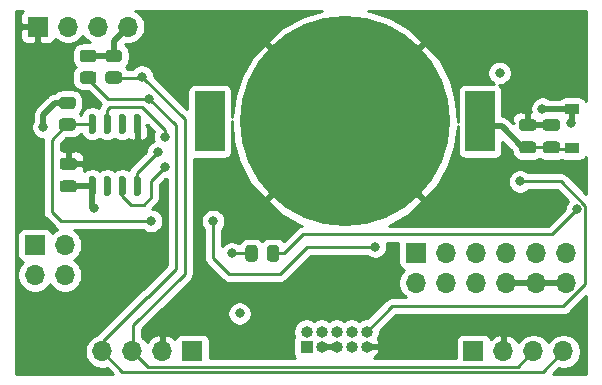
<source format=gbr>
%TF.GenerationSoftware,KiCad,Pcbnew,5.1.9-73d0e3b20d~88~ubuntu20.04.1*%
%TF.CreationDate,2021-02-15T14:30:30+00:00*%
%TF.ProjectId,daughter_board,64617567-6874-4657-925f-626f6172642e,rev?*%
%TF.SameCoordinates,Original*%
%TF.FileFunction,Copper,L4,Bot*%
%TF.FilePolarity,Positive*%
%FSLAX46Y46*%
G04 Gerber Fmt 4.6, Leading zero omitted, Abs format (unit mm)*
G04 Created by KiCad (PCBNEW 5.1.9-73d0e3b20d~88~ubuntu20.04.1) date 2021-02-15 14:30:30*
%MOMM*%
%LPD*%
G01*
G04 APERTURE LIST*
%TA.AperFunction,ComponentPad*%
%ADD10O,1.700000X1.700000*%
%TD*%
%TA.AperFunction,ComponentPad*%
%ADD11R,1.700000X1.700000*%
%TD*%
%TA.AperFunction,SMDPad,CuDef*%
%ADD12R,2.500000X5.100000*%
%TD*%
%TA.AperFunction,SMDPad,CuDef*%
%ADD13C,17.800000*%
%TD*%
%TA.AperFunction,SMDPad,CuDef*%
%ADD14R,1.219200X0.914400*%
%TD*%
%TA.AperFunction,ComponentPad*%
%ADD15O,1.000000X1.000000*%
%TD*%
%TA.AperFunction,ComponentPad*%
%ADD16R,1.000000X1.000000*%
%TD*%
%TA.AperFunction,ViaPad*%
%ADD17C,0.800000*%
%TD*%
%TA.AperFunction,Conductor*%
%ADD18C,0.250000*%
%TD*%
%TA.AperFunction,Conductor*%
%ADD19C,0.500000*%
%TD*%
%TA.AperFunction,Conductor*%
%ADD20C,0.254000*%
%TD*%
%TA.AperFunction,Conductor*%
%ADD21C,0.150000*%
%TD*%
G04 APERTURE END LIST*
%TO.P,C4,2*%
%TO.N,GND*%
%TA.AperFunction,SMDPad,CuDef*%
G36*
G01*
X153975000Y-108725000D02*
X153025000Y-108725000D01*
G75*
G02*
X152775000Y-108475000I0J250000D01*
G01*
X152775000Y-107975000D01*
G75*
G02*
X153025000Y-107725000I250000J0D01*
G01*
X153975000Y-107725000D01*
G75*
G02*
X154225000Y-107975000I0J-250000D01*
G01*
X154225000Y-108475000D01*
G75*
G02*
X153975000Y-108725000I-250000J0D01*
G01*
G37*
%TD.AperFunction*%
%TO.P,C4,1*%
%TO.N,Net-(BT1-Pad2)*%
%TA.AperFunction,SMDPad,CuDef*%
G36*
G01*
X153975000Y-110625000D02*
X153025000Y-110625000D01*
G75*
G02*
X152775000Y-110375000I0J250000D01*
G01*
X152775000Y-109875000D01*
G75*
G02*
X153025000Y-109625000I250000J0D01*
G01*
X153975000Y-109625000D01*
G75*
G02*
X154225000Y-109875000I0J-250000D01*
G01*
X154225000Y-110375000D01*
G75*
G02*
X153975000Y-110625000I-250000J0D01*
G01*
G37*
%TD.AperFunction*%
%TD*%
%TO.P,C1,2*%
%TO.N,GND*%
%TA.AperFunction,SMDPad,CuDef*%
G36*
G01*
X113075000Y-112025000D02*
X112125000Y-112025000D01*
G75*
G02*
X111875000Y-111775000I0J250000D01*
G01*
X111875000Y-111275000D01*
G75*
G02*
X112125000Y-111025000I250000J0D01*
G01*
X113075000Y-111025000D01*
G75*
G02*
X113325000Y-111275000I0J-250000D01*
G01*
X113325000Y-111775000D01*
G75*
G02*
X113075000Y-112025000I-250000J0D01*
G01*
G37*
%TD.AperFunction*%
%TO.P,C1,1*%
%TO.N,VDD*%
%TA.AperFunction,SMDPad,CuDef*%
G36*
G01*
X113075000Y-113925000D02*
X112125000Y-113925000D01*
G75*
G02*
X111875000Y-113675000I0J250000D01*
G01*
X111875000Y-113175000D01*
G75*
G02*
X112125000Y-112925000I250000J0D01*
G01*
X113075000Y-112925000D01*
G75*
G02*
X113325000Y-113175000I0J-250000D01*
G01*
X113325000Y-113675000D01*
G75*
G02*
X113075000Y-113925000I-250000J0D01*
G01*
G37*
%TD.AperFunction*%
%TD*%
D10*
%TO.P,J5,12*%
%TO.N,GND*%
X154735000Y-121590000D03*
%TO.P,J5,11*%
%TO.N,Net-(J5-Pad11)*%
X154735000Y-119050000D03*
%TO.P,J5,10*%
%TO.N,GND*%
X152195000Y-121590000D03*
%TO.P,J5,9*%
%TO.N,Net-(J5-Pad9)*%
X152195000Y-119050000D03*
%TO.P,J5,8*%
%TO.N,GND*%
X149655000Y-121590000D03*
%TO.P,J5,7*%
%TO.N,Net-(J5-Pad7)*%
X149655000Y-119050000D03*
%TO.P,J5,6*%
%TO.N,VDD*%
X147115000Y-121590000D03*
%TO.P,J5,5*%
%TO.N,Net-(J5-Pad5)*%
X147115000Y-119050000D03*
%TO.P,J5,4*%
%TO.N,VDD*%
X144575000Y-121590000D03*
%TO.P,J5,3*%
%TO.N,Net-(J5-Pad3)*%
X144575000Y-119050000D03*
%TO.P,J5,2*%
%TO.N,VDD*%
X142035000Y-121590000D03*
D11*
%TO.P,J5,1*%
%TO.N,Net-(J5-Pad1)*%
X142035000Y-119050000D03*
%TD*%
D12*
%TO.P,BT1,2*%
%TO.N,Net-(BT1-Pad2)*%
X124575000Y-107925000D03*
X147475000Y-107925000D03*
D13*
%TO.P,BT1,1*%
%TO.N,GND*%
X136025000Y-107925000D03*
%TD*%
D10*
%TO.P,J2,4*%
%TO.N,Net-(J2-Pad4)*%
X112315000Y-120940000D03*
%TO.P,J2,3*%
%TO.N,/RLED*%
X109775000Y-120940000D03*
%TO.P,J2,2*%
%TO.N,Net-(J2-Pad2)*%
X112315000Y-118400000D03*
D11*
%TO.P,J2,1*%
%TO.N,/GLED*%
X109775000Y-118400000D03*
%TD*%
D10*
%TO.P,APDS9930,4*%
%TO.N,/SDA*%
X115480000Y-127400000D03*
%TO.P,APDS9930,3*%
%TO.N,/SCL*%
X118020000Y-127400000D03*
%TO.P,APDS9930,2*%
%TO.N,GND*%
X120560000Y-127400000D03*
D11*
%TO.P,APDS9930,1*%
%TO.N,VDD*%
X123100000Y-127400000D03*
%TD*%
%TO.P,C6,2*%
%TO.N,GND*%
%TA.AperFunction,SMDPad,CuDef*%
G36*
G01*
X151975000Y-108725000D02*
X151025000Y-108725000D01*
G75*
G02*
X150775000Y-108475000I0J250000D01*
G01*
X150775000Y-107975000D01*
G75*
G02*
X151025000Y-107725000I250000J0D01*
G01*
X151975000Y-107725000D01*
G75*
G02*
X152225000Y-107975000I0J-250000D01*
G01*
X152225000Y-108475000D01*
G75*
G02*
X151975000Y-108725000I-250000J0D01*
G01*
G37*
%TD.AperFunction*%
%TO.P,C6,1*%
%TO.N,Net-(BT1-Pad2)*%
%TA.AperFunction,SMDPad,CuDef*%
G36*
G01*
X151975000Y-110625000D02*
X151025000Y-110625000D01*
G75*
G02*
X150775000Y-110375000I0J250000D01*
G01*
X150775000Y-109875000D01*
G75*
G02*
X151025000Y-109625000I250000J0D01*
G01*
X151975000Y-109625000D01*
G75*
G02*
X152225000Y-109875000I0J-250000D01*
G01*
X152225000Y-110375000D01*
G75*
G02*
X151975000Y-110625000I-250000J0D01*
G01*
G37*
%TD.AperFunction*%
%TD*%
%TO.P,R9,2*%
%TO.N,VDD*%
%TA.AperFunction,SMDPad,CuDef*%
G36*
G01*
X114725002Y-102900000D02*
X113824998Y-102900000D01*
G75*
G02*
X113575000Y-102650002I0J249998D01*
G01*
X113575000Y-102124998D01*
G75*
G02*
X113824998Y-101875000I249998J0D01*
G01*
X114725002Y-101875000D01*
G75*
G02*
X114975000Y-102124998I0J-249998D01*
G01*
X114975000Y-102650002D01*
G75*
G02*
X114725002Y-102900000I-249998J0D01*
G01*
G37*
%TD.AperFunction*%
%TO.P,R9,1*%
%TO.N,/SDA*%
%TA.AperFunction,SMDPad,CuDef*%
G36*
G01*
X114725002Y-104725000D02*
X113824998Y-104725000D01*
G75*
G02*
X113575000Y-104475002I0J249998D01*
G01*
X113575000Y-103949998D01*
G75*
G02*
X113824998Y-103700000I249998J0D01*
G01*
X114725002Y-103700000D01*
G75*
G02*
X114975000Y-103949998I0J-249998D01*
G01*
X114975000Y-104475002D01*
G75*
G02*
X114725002Y-104725000I-249998J0D01*
G01*
G37*
%TD.AperFunction*%
%TD*%
%TO.P,R8,2*%
%TO.N,VDD*%
%TA.AperFunction,SMDPad,CuDef*%
G36*
G01*
X116900002Y-102900000D02*
X115999998Y-102900000D01*
G75*
G02*
X115750000Y-102650002I0J249998D01*
G01*
X115750000Y-102124998D01*
G75*
G02*
X115999998Y-101875000I249998J0D01*
G01*
X116900002Y-101875000D01*
G75*
G02*
X117150000Y-102124998I0J-249998D01*
G01*
X117150000Y-102650002D01*
G75*
G02*
X116900002Y-102900000I-249998J0D01*
G01*
G37*
%TD.AperFunction*%
%TO.P,R8,1*%
%TO.N,/SCL*%
%TA.AperFunction,SMDPad,CuDef*%
G36*
G01*
X116900002Y-104725000D02*
X115999998Y-104725000D01*
G75*
G02*
X115750000Y-104475002I0J249998D01*
G01*
X115750000Y-103949998D01*
G75*
G02*
X115999998Y-103700000I249998J0D01*
G01*
X116900002Y-103700000D01*
G75*
G02*
X117150000Y-103949998I0J-249998D01*
G01*
X117150000Y-104475002D01*
G75*
G02*
X116900002Y-104725000I-249998J0D01*
G01*
G37*
%TD.AperFunction*%
%TD*%
%TO.P,U1,8*%
%TO.N,VDD*%
%TA.AperFunction,SMDPad,CuDef*%
G36*
G01*
X114470000Y-112550000D02*
X114770000Y-112550000D01*
G75*
G02*
X114920000Y-112700000I0J-150000D01*
G01*
X114920000Y-114050000D01*
G75*
G02*
X114770000Y-114200000I-150000J0D01*
G01*
X114470000Y-114200000D01*
G75*
G02*
X114320000Y-114050000I0J150000D01*
G01*
X114320000Y-112700000D01*
G75*
G02*
X114470000Y-112550000I150000J0D01*
G01*
G37*
%TD.AperFunction*%
%TO.P,U1,7*%
%TO.N,N/C*%
%TA.AperFunction,SMDPad,CuDef*%
G36*
G01*
X115740000Y-112550000D02*
X116040000Y-112550000D01*
G75*
G02*
X116190000Y-112700000I0J-150000D01*
G01*
X116190000Y-114050000D01*
G75*
G02*
X116040000Y-114200000I-150000J0D01*
G01*
X115740000Y-114200000D01*
G75*
G02*
X115590000Y-114050000I0J150000D01*
G01*
X115590000Y-112700000D01*
G75*
G02*
X115740000Y-112550000I150000J0D01*
G01*
G37*
%TD.AperFunction*%
%TO.P,U1,6*%
%TO.N,/SPI_SCLK*%
%TA.AperFunction,SMDPad,CuDef*%
G36*
G01*
X117010000Y-112550000D02*
X117310000Y-112550000D01*
G75*
G02*
X117460000Y-112700000I0J-150000D01*
G01*
X117460000Y-114050000D01*
G75*
G02*
X117310000Y-114200000I-150000J0D01*
G01*
X117010000Y-114200000D01*
G75*
G02*
X116860000Y-114050000I0J150000D01*
G01*
X116860000Y-112700000D01*
G75*
G02*
X117010000Y-112550000I150000J0D01*
G01*
G37*
%TD.AperFunction*%
%TO.P,U1,5*%
%TO.N,/SPI_MOSI*%
%TA.AperFunction,SMDPad,CuDef*%
G36*
G01*
X118280000Y-112550000D02*
X118580000Y-112550000D01*
G75*
G02*
X118730000Y-112700000I0J-150000D01*
G01*
X118730000Y-114050000D01*
G75*
G02*
X118580000Y-114200000I-150000J0D01*
G01*
X118280000Y-114200000D01*
G75*
G02*
X118130000Y-114050000I0J150000D01*
G01*
X118130000Y-112700000D01*
G75*
G02*
X118280000Y-112550000I150000J0D01*
G01*
G37*
%TD.AperFunction*%
%TO.P,U1,4*%
%TO.N,GND*%
%TA.AperFunction,SMDPad,CuDef*%
G36*
G01*
X118280000Y-107300000D02*
X118580000Y-107300000D01*
G75*
G02*
X118730000Y-107450000I0J-150000D01*
G01*
X118730000Y-108800000D01*
G75*
G02*
X118580000Y-108950000I-150000J0D01*
G01*
X118280000Y-108950000D01*
G75*
G02*
X118130000Y-108800000I0J150000D01*
G01*
X118130000Y-107450000D01*
G75*
G02*
X118280000Y-107300000I150000J0D01*
G01*
G37*
%TD.AperFunction*%
%TO.P,U1,3*%
%TO.N,N/C*%
%TA.AperFunction,SMDPad,CuDef*%
G36*
G01*
X117010000Y-107300000D02*
X117310000Y-107300000D01*
G75*
G02*
X117460000Y-107450000I0J-150000D01*
G01*
X117460000Y-108800000D01*
G75*
G02*
X117310000Y-108950000I-150000J0D01*
G01*
X117010000Y-108950000D01*
G75*
G02*
X116860000Y-108800000I0J150000D01*
G01*
X116860000Y-107450000D01*
G75*
G02*
X117010000Y-107300000I150000J0D01*
G01*
G37*
%TD.AperFunction*%
%TO.P,U1,2*%
%TO.N,/SPI_MISO*%
%TA.AperFunction,SMDPad,CuDef*%
G36*
G01*
X115740000Y-107300000D02*
X116040000Y-107300000D01*
G75*
G02*
X116190000Y-107450000I0J-150000D01*
G01*
X116190000Y-108800000D01*
G75*
G02*
X116040000Y-108950000I-150000J0D01*
G01*
X115740000Y-108950000D01*
G75*
G02*
X115590000Y-108800000I0J150000D01*
G01*
X115590000Y-107450000D01*
G75*
G02*
X115740000Y-107300000I150000J0D01*
G01*
G37*
%TD.AperFunction*%
%TO.P,U1,1*%
%TO.N,/FLASH_CS*%
%TA.AperFunction,SMDPad,CuDef*%
G36*
G01*
X114470000Y-107300000D02*
X114770000Y-107300000D01*
G75*
G02*
X114920000Y-107450000I0J-150000D01*
G01*
X114920000Y-108800000D01*
G75*
G02*
X114770000Y-108950000I-150000J0D01*
G01*
X114470000Y-108950000D01*
G75*
G02*
X114320000Y-108800000I0J150000D01*
G01*
X114320000Y-107450000D01*
G75*
G02*
X114470000Y-107300000I150000J0D01*
G01*
G37*
%TD.AperFunction*%
%TD*%
D14*
%TO.P,D5,1*%
%TO.N,Net-(BT1-Pad2)*%
X155250000Y-110188300D03*
%TO.P,D5,2*%
%TO.N,VDD*%
X155250000Y-106911700D03*
%TD*%
D10*
%TO.P,AHT10,4*%
%TO.N,/SDA*%
X154520000Y-127400000D03*
%TO.P,AHT10,3*%
%TO.N,/SCL*%
X151980000Y-127400000D03*
%TO.P,AHT10,2*%
%TO.N,GND*%
X149440000Y-127400000D03*
D11*
%TO.P,AHT10,1*%
%TO.N,VDD*%
X146900000Y-127400000D03*
%TD*%
D15*
%TO.P,J3,10*%
%TO.N,/XDS_RESET*%
X137855000Y-125730000D03*
%TO.P,J3,9*%
%TO.N,GND*%
X137855000Y-127000000D03*
%TO.P,J3,8*%
%TO.N,/XDS_TDI*%
X136585000Y-125730000D03*
%TO.P,J3,7*%
%TO.N,N/C*%
X136585000Y-127000000D03*
%TO.P,J3,6*%
%TO.N,/XDS_TDO*%
X135315000Y-125730000D03*
%TO.P,J3,5*%
%TO.N,GND*%
X135315000Y-127000000D03*
%TO.P,J3,4*%
%TO.N,/XDS_TCK*%
X134045000Y-125730000D03*
%TO.P,J3,3*%
%TO.N,GND*%
X134045000Y-127000000D03*
%TO.P,J3,2*%
%TO.N,/XDS-TMS*%
X132775000Y-125730000D03*
D16*
%TO.P,J3,1*%
%TO.N,VCC*%
X132775000Y-127000000D03*
%TD*%
%TO.P,R3,2*%
%TO.N,/FLASH_CS*%
%TA.AperFunction,SMDPad,CuDef*%
G36*
G01*
X112074998Y-107675000D02*
X112975002Y-107675000D01*
G75*
G02*
X113225000Y-107924998I0J-249998D01*
G01*
X113225000Y-108450002D01*
G75*
G02*
X112975002Y-108700000I-249998J0D01*
G01*
X112074998Y-108700000D01*
G75*
G02*
X111825000Y-108450002I0J249998D01*
G01*
X111825000Y-107924998D01*
G75*
G02*
X112074998Y-107675000I249998J0D01*
G01*
G37*
%TD.AperFunction*%
%TO.P,R3,1*%
%TO.N,VDD*%
%TA.AperFunction,SMDPad,CuDef*%
G36*
G01*
X112074998Y-105850000D02*
X112975002Y-105850000D01*
G75*
G02*
X113225000Y-106099998I0J-249998D01*
G01*
X113225000Y-106625002D01*
G75*
G02*
X112975002Y-106875000I-249998J0D01*
G01*
X112074998Y-106875000D01*
G75*
G02*
X111825000Y-106625002I0J249998D01*
G01*
X111825000Y-106099998D01*
G75*
G02*
X112074998Y-105850000I249998J0D01*
G01*
G37*
%TD.AperFunction*%
%TD*%
%TO.P,R2,2*%
%TO.N,Net-(R2-Pad2)*%
%TA.AperFunction,SMDPad,CuDef*%
G36*
G01*
X128625000Y-118649998D02*
X128625000Y-119550002D01*
G75*
G02*
X128375002Y-119800000I-249998J0D01*
G01*
X127849998Y-119800000D01*
G75*
G02*
X127600000Y-119550002I0J249998D01*
G01*
X127600000Y-118649998D01*
G75*
G02*
X127849998Y-118400000I249998J0D01*
G01*
X128375002Y-118400000D01*
G75*
G02*
X128625000Y-118649998I0J-249998D01*
G01*
G37*
%TD.AperFunction*%
%TO.P,R2,1*%
%TO.N,Net-(R2-Pad1)*%
%TA.AperFunction,SMDPad,CuDef*%
G36*
G01*
X130450000Y-118649998D02*
X130450000Y-119550002D01*
G75*
G02*
X130200002Y-119800000I-249998J0D01*
G01*
X129674998Y-119800000D01*
G75*
G02*
X129425000Y-119550002I0J249998D01*
G01*
X129425000Y-118649998D01*
G75*
G02*
X129674998Y-118400000I249998J0D01*
G01*
X130200002Y-118400000D01*
G75*
G02*
X130450000Y-118649998I0J-249998D01*
G01*
G37*
%TD.AperFunction*%
%TD*%
D10*
%TO.P,J1,4*%
%TO.N,VDD*%
X117645000Y-99900000D03*
%TO.P,J1,3*%
%TO.N,/UART_RXD*%
X115105000Y-99900000D03*
%TO.P,J1,2*%
%TO.N,/UART_TXD*%
X112565000Y-99900000D03*
D11*
%TO.P,J1,1*%
%TO.N,GND*%
X110025000Y-99900000D03*
%TD*%
D17*
%TO.N,/XDS_RESET*%
X150850000Y-113000000D03*
%TO.N,GND*%
X149450000Y-111325000D03*
X119600000Y-119500000D03*
X109775000Y-126775000D03*
X113050000Y-123325000D03*
X127475000Y-126150000D03*
X142175000Y-126125000D03*
X152450000Y-100575000D03*
X152475000Y-111725000D03*
X138250000Y-123025000D03*
X127400000Y-100650000D03*
X112500000Y-103300000D03*
X135600000Y-101350000D03*
X129175000Y-111075000D03*
X136450000Y-111075000D03*
X144900000Y-103275000D03*
X152425000Y-103125000D03*
X132250000Y-105400000D03*
X139250000Y-104800000D03*
X118430000Y-109770000D03*
X109400000Y-114000000D03*
X154900000Y-124700000D03*
X139000000Y-108600000D03*
X128800000Y-107700000D03*
X126300000Y-103200000D03*
X120300000Y-99700000D03*
X147900000Y-100800000D03*
X139800000Y-100300000D03*
%TO.N,Net-(R2-Pad2)*%
X126450000Y-119100000D03*
%TO.N,/SPI_SCLK*%
X120775000Y-111800000D03*
%TO.N,/SPI_MOSI*%
X120175000Y-110550000D03*
%TO.N,/SPI_MISO*%
X120805000Y-109220000D03*
%TO.N,/FLASH_CS*%
X119625000Y-116350000D03*
X124860000Y-116375000D03*
X138575000Y-118525000D03*
%TO.N,/SDA*%
X119475000Y-106000000D03*
%TO.N,/SCL*%
X118825000Y-104125000D03*
%TO.N,VDD*%
X155175000Y-108050000D03*
X114800000Y-115250000D03*
X110500000Y-108400000D03*
X152738300Y-106836700D03*
X149125000Y-103825000D03*
X127111700Y-124188300D03*
%TO.N,Net-(R2-Pad1)*%
X155675000Y-115375000D03*
%TD*%
D18*
%TO.N,/XDS_RESET*%
X154313802Y-113000000D02*
X150850000Y-113000000D01*
X156360001Y-121719801D02*
X156360001Y-115046199D01*
X156360001Y-115046199D02*
X154313802Y-113000000D01*
X154504802Y-123575000D02*
X156360001Y-121719801D01*
X140010000Y-123575000D02*
X154504802Y-123575000D01*
X137855000Y-125730000D02*
X140010000Y-123575000D01*
%TO.N,GND*%
X135300000Y-107925000D02*
X136025000Y-107925000D01*
X136325000Y-107925000D02*
X136025000Y-107925000D01*
X118430000Y-108125000D02*
X118430000Y-109770000D01*
%TO.N,Net-(R2-Pad2)*%
X128112500Y-119100000D02*
X126450000Y-119100000D01*
%TO.N,/SPI_SCLK*%
X120775000Y-111800000D02*
X119575000Y-113000000D01*
X119575000Y-113670198D02*
X119600000Y-113695198D01*
X119575000Y-113000000D02*
X119575000Y-113670198D01*
X119600000Y-113695198D02*
X119600000Y-114350000D01*
X119600000Y-114350000D02*
X118975000Y-114975000D01*
X117160000Y-114200000D02*
X117160000Y-113375000D01*
X117935000Y-114975000D02*
X117160000Y-114200000D01*
X118975000Y-114975000D02*
X117935000Y-114975000D01*
%TO.N,/SPI_MOSI*%
X118430000Y-112295000D02*
X118430000Y-113375000D01*
X120175000Y-110550000D02*
X118430000Y-112295000D01*
%TO.N,/XDS-TMS*%
X132775000Y-125730000D02*
X132775000Y-125675000D01*
%TO.N,/SPI_MISO*%
X115890000Y-108125000D02*
X115890000Y-106985000D01*
X115890000Y-106985000D02*
X116150000Y-106725000D01*
X120805000Y-108654315D02*
X120805000Y-109220000D01*
X118875685Y-106725000D02*
X120805000Y-108654315D01*
X116150000Y-106725000D02*
X118875685Y-106725000D01*
%TO.N,/FLASH_CS*%
X112587500Y-108125000D02*
X112525000Y-108187500D01*
X114620000Y-108125000D02*
X112587500Y-108125000D01*
X124860000Y-116375000D02*
X124860000Y-119485000D01*
X124860000Y-119485000D02*
X126200000Y-120825000D01*
X126200000Y-120825000D02*
X130550000Y-120825000D01*
X130550000Y-120825000D02*
X132850000Y-118525000D01*
X132850000Y-118525000D02*
X138575000Y-118525000D01*
X111185001Y-115560001D02*
X111185001Y-109527499D01*
X112000000Y-116375000D02*
X111185001Y-115560001D01*
X111185001Y-109527499D02*
X112525000Y-108187500D01*
X119600000Y-116375000D02*
X112000000Y-116375000D01*
X119625000Y-116350000D02*
X119600000Y-116375000D01*
%TO.N,/SDA*%
X114275000Y-104325000D02*
X115950000Y-106000000D01*
X114275000Y-104212500D02*
X114275000Y-104325000D01*
X115950000Y-106000000D02*
X119475000Y-106000000D01*
X117190010Y-129110010D02*
X115480000Y-127400000D01*
X152809990Y-129110010D02*
X117190010Y-129110010D01*
X154520000Y-127400000D02*
X152809990Y-129110010D01*
X115555000Y-127325000D02*
X115480000Y-127400000D01*
X115555000Y-126500000D02*
X115555000Y-127325000D01*
X119275000Y-122780000D02*
X115555000Y-126500000D01*
X119320000Y-122780000D02*
X119275000Y-122780000D01*
X121700000Y-120400000D02*
X119320000Y-122780000D01*
X121700000Y-108225000D02*
X121700000Y-120400000D01*
X119475000Y-106000000D02*
X121700000Y-108225000D01*
%TO.N,/SCL*%
X118737500Y-104212500D02*
X118825000Y-104125000D01*
X116450000Y-104212500D02*
X118737500Y-104212500D01*
X122450000Y-120850000D02*
X118095000Y-125205000D01*
X122450000Y-107750000D02*
X122450000Y-120850000D01*
X118825000Y-104125000D02*
X122450000Y-107750000D01*
X118020000Y-127400000D02*
X119320000Y-128700000D01*
X150680000Y-128700000D02*
X151980000Y-127400000D01*
X119320000Y-128700000D02*
X150680000Y-128700000D01*
X118020000Y-126770000D02*
X118095000Y-126695000D01*
X118020000Y-127400000D02*
X118020000Y-126770000D01*
X118095000Y-125205000D02*
X118095000Y-126695000D01*
D19*
%TO.N,VDD*%
X114620000Y-114795000D02*
X114650000Y-114825000D01*
X114620000Y-113375000D02*
X114620000Y-114795000D01*
X114620000Y-115070000D02*
X114800000Y-115250000D01*
X114620000Y-114795000D02*
X114620000Y-115070000D01*
X114275000Y-102387500D02*
X116450000Y-102387500D01*
X116450000Y-101095000D02*
X117645000Y-99900000D01*
X116450000Y-102387500D02*
X116450000Y-101095000D01*
X110500000Y-108400000D02*
X110500000Y-107375000D01*
X111512500Y-106362500D02*
X112525000Y-106362500D01*
X110500000Y-107375000D02*
X111512500Y-106362500D01*
X114620000Y-113375000D02*
X112625000Y-113375000D01*
X155250000Y-107975000D02*
X155175000Y-108050000D01*
X155250000Y-106911700D02*
X155250000Y-107975000D01*
X152813300Y-106911700D02*
X152738300Y-106836700D01*
X155250000Y-106911700D02*
X152813300Y-106911700D01*
%TO.N,Net-(BT1-Pad2)*%
X149280850Y-108344150D02*
X151050000Y-110113300D01*
D18*
X147594150Y-108044150D02*
X147475000Y-107925000D01*
X147894150Y-108344150D02*
X147475000Y-107925000D01*
D19*
X149280850Y-108344150D02*
X147894150Y-108344150D01*
D18*
X151061700Y-110125000D02*
X151050000Y-110113300D01*
X152950000Y-110125000D02*
X151061700Y-110125000D01*
X153050000Y-110250000D02*
X154875000Y-110250000D01*
%TO.N,Net-(R2-Pad1)*%
X129937500Y-119100000D02*
X130900000Y-119100000D01*
X130900000Y-119100000D02*
X132500000Y-117500000D01*
X132500000Y-117500000D02*
X141275000Y-117500000D01*
X141275000Y-117500000D02*
X153550000Y-117500000D01*
X153550000Y-117500000D02*
X155675000Y-115375000D01*
%TD*%
D20*
%TO.N,GND*%
X108723815Y-98598815D02*
X108644463Y-98695506D01*
X108585498Y-98805820D01*
X108549188Y-98925518D01*
X108536928Y-99050000D01*
X108540000Y-99614250D01*
X108698750Y-99773000D01*
X109898000Y-99773000D01*
X109898000Y-99753000D01*
X110152000Y-99753000D01*
X110152000Y-99773000D01*
X110172000Y-99773000D01*
X110172000Y-100027000D01*
X110152000Y-100027000D01*
X110152000Y-101226250D01*
X110310750Y-101385000D01*
X110875000Y-101388072D01*
X110999482Y-101375812D01*
X111119180Y-101339502D01*
X111229494Y-101280537D01*
X111326185Y-101201185D01*
X111405537Y-101104494D01*
X111464502Y-100994180D01*
X111486513Y-100921620D01*
X111618368Y-101053475D01*
X111861589Y-101215990D01*
X112131842Y-101327932D01*
X112418740Y-101385000D01*
X112711260Y-101385000D01*
X112998158Y-101327932D01*
X113268411Y-101215990D01*
X113511632Y-101053475D01*
X113718475Y-100846632D01*
X113835000Y-100672240D01*
X113951525Y-100846632D01*
X114158368Y-101053475D01*
X114401589Y-101215990D01*
X114452138Y-101236928D01*
X113824998Y-101236928D01*
X113651744Y-101253992D01*
X113485148Y-101304528D01*
X113331613Y-101386595D01*
X113197038Y-101497038D01*
X113086595Y-101631613D01*
X113004528Y-101785148D01*
X112953992Y-101951744D01*
X112936928Y-102124998D01*
X112936928Y-102650002D01*
X112953992Y-102823256D01*
X113004528Y-102989852D01*
X113086595Y-103143387D01*
X113197038Y-103277962D01*
X113223891Y-103300000D01*
X113197038Y-103322038D01*
X113086595Y-103456613D01*
X113004528Y-103610148D01*
X112953992Y-103776744D01*
X112936928Y-103949998D01*
X112936928Y-104475002D01*
X112953992Y-104648256D01*
X113004528Y-104814852D01*
X113086595Y-104968387D01*
X113197038Y-105102962D01*
X113331613Y-105213405D01*
X113485148Y-105295472D01*
X113651744Y-105346008D01*
X113824998Y-105363072D01*
X114238271Y-105363072D01*
X115336566Y-106461368D01*
X115326202Y-106473997D01*
X115326201Y-106473998D01*
X115255026Y-106560724D01*
X115184454Y-106692754D01*
X115168247Y-106746183D01*
X115161095Y-106769762D01*
X115071582Y-106721916D01*
X114923745Y-106677071D01*
X114770000Y-106661928D01*
X114470000Y-106661928D01*
X114316255Y-106677071D01*
X114168418Y-106721916D01*
X114032171Y-106794742D01*
X113912749Y-106892749D01*
X113814742Y-107012171D01*
X113741916Y-107148418D01*
X113697071Y-107296255D01*
X113690300Y-107365000D01*
X113658737Y-107365000D01*
X113602962Y-107297038D01*
X113576109Y-107275000D01*
X113602962Y-107252962D01*
X113713405Y-107118387D01*
X113795472Y-106964852D01*
X113846008Y-106798256D01*
X113863072Y-106625002D01*
X113863072Y-106099998D01*
X113846008Y-105926744D01*
X113795472Y-105760148D01*
X113713405Y-105606613D01*
X113602962Y-105472038D01*
X113468387Y-105361595D01*
X113314852Y-105279528D01*
X113148256Y-105228992D01*
X112975002Y-105211928D01*
X112074998Y-105211928D01*
X111901744Y-105228992D01*
X111735148Y-105279528D01*
X111581613Y-105361595D01*
X111447038Y-105472038D01*
X111440228Y-105480336D01*
X111339010Y-105490305D01*
X111172187Y-105540911D01*
X111018441Y-105623089D01*
X111018439Y-105623090D01*
X111018440Y-105623090D01*
X110917453Y-105705968D01*
X110917451Y-105705970D01*
X110883683Y-105733683D01*
X110855970Y-105767451D01*
X109904951Y-106718471D01*
X109871184Y-106746183D01*
X109843471Y-106779951D01*
X109843468Y-106779954D01*
X109760590Y-106880941D01*
X109678412Y-107034687D01*
X109627805Y-107201510D01*
X109610719Y-107375000D01*
X109615001Y-107418478D01*
X109615001Y-107861545D01*
X109582795Y-107909744D01*
X109504774Y-108098102D01*
X109465000Y-108298061D01*
X109465000Y-108501939D01*
X109504774Y-108701898D01*
X109582795Y-108890256D01*
X109696063Y-109059774D01*
X109840226Y-109203937D01*
X110009744Y-109317205D01*
X110198102Y-109395226D01*
X110398061Y-109435000D01*
X110430435Y-109435000D01*
X110428440Y-109455258D01*
X110421325Y-109527499D01*
X110425002Y-109564831D01*
X110425001Y-115522678D01*
X110421325Y-115560001D01*
X110425001Y-115597323D01*
X110425001Y-115597333D01*
X110435998Y-115708986D01*
X110459421Y-115786201D01*
X110479455Y-115852247D01*
X110550027Y-115984277D01*
X110554240Y-115989410D01*
X110645000Y-116100002D01*
X110674003Y-116123804D01*
X111436201Y-116886002D01*
X111459999Y-116915001D01*
X111575724Y-117009974D01*
X111669419Y-117060056D01*
X111611589Y-117084010D01*
X111368368Y-117246525D01*
X111236513Y-117378380D01*
X111214502Y-117305820D01*
X111155537Y-117195506D01*
X111076185Y-117098815D01*
X110979494Y-117019463D01*
X110869180Y-116960498D01*
X110749482Y-116924188D01*
X110625000Y-116911928D01*
X108925000Y-116911928D01*
X108800518Y-116924188D01*
X108680820Y-116960498D01*
X108570506Y-117019463D01*
X108473815Y-117098815D01*
X108394463Y-117195506D01*
X108335498Y-117305820D01*
X108299188Y-117425518D01*
X108286928Y-117550000D01*
X108286928Y-119250000D01*
X108299188Y-119374482D01*
X108335498Y-119494180D01*
X108394463Y-119604494D01*
X108473815Y-119701185D01*
X108570506Y-119780537D01*
X108680820Y-119839502D01*
X108753380Y-119861513D01*
X108621525Y-119993368D01*
X108459010Y-120236589D01*
X108347068Y-120506842D01*
X108290000Y-120793740D01*
X108290000Y-121086260D01*
X108347068Y-121373158D01*
X108459010Y-121643411D01*
X108621525Y-121886632D01*
X108828368Y-122093475D01*
X109071589Y-122255990D01*
X109341842Y-122367932D01*
X109628740Y-122425000D01*
X109921260Y-122425000D01*
X110208158Y-122367932D01*
X110478411Y-122255990D01*
X110721632Y-122093475D01*
X110928475Y-121886632D01*
X111045000Y-121712240D01*
X111161525Y-121886632D01*
X111368368Y-122093475D01*
X111611589Y-122255990D01*
X111881842Y-122367932D01*
X112168740Y-122425000D01*
X112461260Y-122425000D01*
X112748158Y-122367932D01*
X113018411Y-122255990D01*
X113261632Y-122093475D01*
X113468475Y-121886632D01*
X113630990Y-121643411D01*
X113742932Y-121373158D01*
X113800000Y-121086260D01*
X113800000Y-120793740D01*
X113742932Y-120506842D01*
X113630990Y-120236589D01*
X113468475Y-119993368D01*
X113261632Y-119786525D01*
X113087240Y-119670000D01*
X113261632Y-119553475D01*
X113468475Y-119346632D01*
X113630990Y-119103411D01*
X113742932Y-118833158D01*
X113800000Y-118546260D01*
X113800000Y-118253740D01*
X113742932Y-117966842D01*
X113630990Y-117696589D01*
X113468475Y-117453368D01*
X113261632Y-117246525D01*
X113094723Y-117135000D01*
X118946289Y-117135000D01*
X118965226Y-117153937D01*
X119134744Y-117267205D01*
X119323102Y-117345226D01*
X119523061Y-117385000D01*
X119726939Y-117385000D01*
X119926898Y-117345226D01*
X120115256Y-117267205D01*
X120284774Y-117153937D01*
X120428937Y-117009774D01*
X120542205Y-116840256D01*
X120620226Y-116651898D01*
X120660000Y-116451939D01*
X120660000Y-116248061D01*
X120620226Y-116048102D01*
X120542205Y-115859744D01*
X120428937Y-115690226D01*
X120284774Y-115546063D01*
X120115256Y-115432795D01*
X119926898Y-115354774D01*
X119726939Y-115315000D01*
X119709802Y-115315000D01*
X120111008Y-114913795D01*
X120140001Y-114890001D01*
X120163795Y-114861008D01*
X120163799Y-114861004D01*
X120234973Y-114774277D01*
X120234974Y-114774276D01*
X120305546Y-114642247D01*
X120349003Y-114498986D01*
X120360000Y-114387333D01*
X120360000Y-114387324D01*
X120363676Y-114350001D01*
X120360000Y-114312678D01*
X120360000Y-113732520D01*
X120363676Y-113695197D01*
X120360000Y-113657875D01*
X120360000Y-113657865D01*
X120349003Y-113546212D01*
X120335000Y-113500049D01*
X120335000Y-113314801D01*
X120814802Y-112835000D01*
X120876939Y-112835000D01*
X120940000Y-112822456D01*
X120940001Y-120085197D01*
X118913990Y-122111209D01*
X118850724Y-122145026D01*
X118850722Y-122145027D01*
X118850723Y-122145027D01*
X118763996Y-122216201D01*
X118763992Y-122216205D01*
X118734999Y-122239999D01*
X118711205Y-122268992D01*
X115044003Y-125936196D01*
X115014999Y-125959999D01*
X114983594Y-125998266D01*
X114776589Y-126084010D01*
X114533368Y-126246525D01*
X114326525Y-126453368D01*
X114164010Y-126696589D01*
X114052068Y-126966842D01*
X113995000Y-127253740D01*
X113995000Y-127546260D01*
X114052068Y-127833158D01*
X114164010Y-128103411D01*
X114326525Y-128346632D01*
X114533368Y-128553475D01*
X114776589Y-128715990D01*
X115046842Y-128827932D01*
X115333740Y-128885000D01*
X115626260Y-128885000D01*
X115846408Y-128841210D01*
X116345198Y-129340000D01*
X108160000Y-129340000D01*
X108160000Y-100750000D01*
X108536928Y-100750000D01*
X108549188Y-100874482D01*
X108585498Y-100994180D01*
X108644463Y-101104494D01*
X108723815Y-101201185D01*
X108820506Y-101280537D01*
X108930820Y-101339502D01*
X109050518Y-101375812D01*
X109175000Y-101388072D01*
X109739250Y-101385000D01*
X109898000Y-101226250D01*
X109898000Y-100027000D01*
X108698750Y-100027000D01*
X108540000Y-100185750D01*
X108536928Y-100750000D01*
X108160000Y-100750000D01*
X108160000Y-98560000D01*
X108771111Y-98560000D01*
X108723815Y-98598815D01*
%TA.AperFunction,Conductor*%
D21*
G36*
X108723815Y-98598815D02*
G01*
X108644463Y-98695506D01*
X108585498Y-98805820D01*
X108549188Y-98925518D01*
X108536928Y-99050000D01*
X108540000Y-99614250D01*
X108698750Y-99773000D01*
X109898000Y-99773000D01*
X109898000Y-99753000D01*
X110152000Y-99753000D01*
X110152000Y-99773000D01*
X110172000Y-99773000D01*
X110172000Y-100027000D01*
X110152000Y-100027000D01*
X110152000Y-101226250D01*
X110310750Y-101385000D01*
X110875000Y-101388072D01*
X110999482Y-101375812D01*
X111119180Y-101339502D01*
X111229494Y-101280537D01*
X111326185Y-101201185D01*
X111405537Y-101104494D01*
X111464502Y-100994180D01*
X111486513Y-100921620D01*
X111618368Y-101053475D01*
X111861589Y-101215990D01*
X112131842Y-101327932D01*
X112418740Y-101385000D01*
X112711260Y-101385000D01*
X112998158Y-101327932D01*
X113268411Y-101215990D01*
X113511632Y-101053475D01*
X113718475Y-100846632D01*
X113835000Y-100672240D01*
X113951525Y-100846632D01*
X114158368Y-101053475D01*
X114401589Y-101215990D01*
X114452138Y-101236928D01*
X113824998Y-101236928D01*
X113651744Y-101253992D01*
X113485148Y-101304528D01*
X113331613Y-101386595D01*
X113197038Y-101497038D01*
X113086595Y-101631613D01*
X113004528Y-101785148D01*
X112953992Y-101951744D01*
X112936928Y-102124998D01*
X112936928Y-102650002D01*
X112953992Y-102823256D01*
X113004528Y-102989852D01*
X113086595Y-103143387D01*
X113197038Y-103277962D01*
X113223891Y-103300000D01*
X113197038Y-103322038D01*
X113086595Y-103456613D01*
X113004528Y-103610148D01*
X112953992Y-103776744D01*
X112936928Y-103949998D01*
X112936928Y-104475002D01*
X112953992Y-104648256D01*
X113004528Y-104814852D01*
X113086595Y-104968387D01*
X113197038Y-105102962D01*
X113331613Y-105213405D01*
X113485148Y-105295472D01*
X113651744Y-105346008D01*
X113824998Y-105363072D01*
X114238271Y-105363072D01*
X115336566Y-106461368D01*
X115326202Y-106473997D01*
X115326201Y-106473998D01*
X115255026Y-106560724D01*
X115184454Y-106692754D01*
X115168247Y-106746183D01*
X115161095Y-106769762D01*
X115071582Y-106721916D01*
X114923745Y-106677071D01*
X114770000Y-106661928D01*
X114470000Y-106661928D01*
X114316255Y-106677071D01*
X114168418Y-106721916D01*
X114032171Y-106794742D01*
X113912749Y-106892749D01*
X113814742Y-107012171D01*
X113741916Y-107148418D01*
X113697071Y-107296255D01*
X113690300Y-107365000D01*
X113658737Y-107365000D01*
X113602962Y-107297038D01*
X113576109Y-107275000D01*
X113602962Y-107252962D01*
X113713405Y-107118387D01*
X113795472Y-106964852D01*
X113846008Y-106798256D01*
X113863072Y-106625002D01*
X113863072Y-106099998D01*
X113846008Y-105926744D01*
X113795472Y-105760148D01*
X113713405Y-105606613D01*
X113602962Y-105472038D01*
X113468387Y-105361595D01*
X113314852Y-105279528D01*
X113148256Y-105228992D01*
X112975002Y-105211928D01*
X112074998Y-105211928D01*
X111901744Y-105228992D01*
X111735148Y-105279528D01*
X111581613Y-105361595D01*
X111447038Y-105472038D01*
X111440228Y-105480336D01*
X111339010Y-105490305D01*
X111172187Y-105540911D01*
X111018441Y-105623089D01*
X111018439Y-105623090D01*
X111018440Y-105623090D01*
X110917453Y-105705968D01*
X110917451Y-105705970D01*
X110883683Y-105733683D01*
X110855970Y-105767451D01*
X109904951Y-106718471D01*
X109871184Y-106746183D01*
X109843471Y-106779951D01*
X109843468Y-106779954D01*
X109760590Y-106880941D01*
X109678412Y-107034687D01*
X109627805Y-107201510D01*
X109610719Y-107375000D01*
X109615001Y-107418478D01*
X109615001Y-107861545D01*
X109582795Y-107909744D01*
X109504774Y-108098102D01*
X109465000Y-108298061D01*
X109465000Y-108501939D01*
X109504774Y-108701898D01*
X109582795Y-108890256D01*
X109696063Y-109059774D01*
X109840226Y-109203937D01*
X110009744Y-109317205D01*
X110198102Y-109395226D01*
X110398061Y-109435000D01*
X110430435Y-109435000D01*
X110428440Y-109455258D01*
X110421325Y-109527499D01*
X110425002Y-109564831D01*
X110425001Y-115522678D01*
X110421325Y-115560001D01*
X110425001Y-115597323D01*
X110425001Y-115597333D01*
X110435998Y-115708986D01*
X110459421Y-115786201D01*
X110479455Y-115852247D01*
X110550027Y-115984277D01*
X110554240Y-115989410D01*
X110645000Y-116100002D01*
X110674003Y-116123804D01*
X111436201Y-116886002D01*
X111459999Y-116915001D01*
X111575724Y-117009974D01*
X111669419Y-117060056D01*
X111611589Y-117084010D01*
X111368368Y-117246525D01*
X111236513Y-117378380D01*
X111214502Y-117305820D01*
X111155537Y-117195506D01*
X111076185Y-117098815D01*
X110979494Y-117019463D01*
X110869180Y-116960498D01*
X110749482Y-116924188D01*
X110625000Y-116911928D01*
X108925000Y-116911928D01*
X108800518Y-116924188D01*
X108680820Y-116960498D01*
X108570506Y-117019463D01*
X108473815Y-117098815D01*
X108394463Y-117195506D01*
X108335498Y-117305820D01*
X108299188Y-117425518D01*
X108286928Y-117550000D01*
X108286928Y-119250000D01*
X108299188Y-119374482D01*
X108335498Y-119494180D01*
X108394463Y-119604494D01*
X108473815Y-119701185D01*
X108570506Y-119780537D01*
X108680820Y-119839502D01*
X108753380Y-119861513D01*
X108621525Y-119993368D01*
X108459010Y-120236589D01*
X108347068Y-120506842D01*
X108290000Y-120793740D01*
X108290000Y-121086260D01*
X108347068Y-121373158D01*
X108459010Y-121643411D01*
X108621525Y-121886632D01*
X108828368Y-122093475D01*
X109071589Y-122255990D01*
X109341842Y-122367932D01*
X109628740Y-122425000D01*
X109921260Y-122425000D01*
X110208158Y-122367932D01*
X110478411Y-122255990D01*
X110721632Y-122093475D01*
X110928475Y-121886632D01*
X111045000Y-121712240D01*
X111161525Y-121886632D01*
X111368368Y-122093475D01*
X111611589Y-122255990D01*
X111881842Y-122367932D01*
X112168740Y-122425000D01*
X112461260Y-122425000D01*
X112748158Y-122367932D01*
X113018411Y-122255990D01*
X113261632Y-122093475D01*
X113468475Y-121886632D01*
X113630990Y-121643411D01*
X113742932Y-121373158D01*
X113800000Y-121086260D01*
X113800000Y-120793740D01*
X113742932Y-120506842D01*
X113630990Y-120236589D01*
X113468475Y-119993368D01*
X113261632Y-119786525D01*
X113087240Y-119670000D01*
X113261632Y-119553475D01*
X113468475Y-119346632D01*
X113630990Y-119103411D01*
X113742932Y-118833158D01*
X113800000Y-118546260D01*
X113800000Y-118253740D01*
X113742932Y-117966842D01*
X113630990Y-117696589D01*
X113468475Y-117453368D01*
X113261632Y-117246525D01*
X113094723Y-117135000D01*
X118946289Y-117135000D01*
X118965226Y-117153937D01*
X119134744Y-117267205D01*
X119323102Y-117345226D01*
X119523061Y-117385000D01*
X119726939Y-117385000D01*
X119926898Y-117345226D01*
X120115256Y-117267205D01*
X120284774Y-117153937D01*
X120428937Y-117009774D01*
X120542205Y-116840256D01*
X120620226Y-116651898D01*
X120660000Y-116451939D01*
X120660000Y-116248061D01*
X120620226Y-116048102D01*
X120542205Y-115859744D01*
X120428937Y-115690226D01*
X120284774Y-115546063D01*
X120115256Y-115432795D01*
X119926898Y-115354774D01*
X119726939Y-115315000D01*
X119709802Y-115315000D01*
X120111008Y-114913795D01*
X120140001Y-114890001D01*
X120163795Y-114861008D01*
X120163799Y-114861004D01*
X120234973Y-114774277D01*
X120234974Y-114774276D01*
X120305546Y-114642247D01*
X120349003Y-114498986D01*
X120360000Y-114387333D01*
X120360000Y-114387324D01*
X120363676Y-114350001D01*
X120360000Y-114312678D01*
X120360000Y-113732520D01*
X120363676Y-113695197D01*
X120360000Y-113657875D01*
X120360000Y-113657865D01*
X120349003Y-113546212D01*
X120335000Y-113500049D01*
X120335000Y-113314801D01*
X120814802Y-112835000D01*
X120876939Y-112835000D01*
X120940000Y-112822456D01*
X120940001Y-120085197D01*
X118913990Y-122111209D01*
X118850724Y-122145026D01*
X118850722Y-122145027D01*
X118850723Y-122145027D01*
X118763996Y-122216201D01*
X118763992Y-122216205D01*
X118734999Y-122239999D01*
X118711205Y-122268992D01*
X115044003Y-125936196D01*
X115014999Y-125959999D01*
X114983594Y-125998266D01*
X114776589Y-126084010D01*
X114533368Y-126246525D01*
X114326525Y-126453368D01*
X114164010Y-126696589D01*
X114052068Y-126966842D01*
X113995000Y-127253740D01*
X113995000Y-127546260D01*
X114052068Y-127833158D01*
X114164010Y-128103411D01*
X114326525Y-128346632D01*
X114533368Y-128553475D01*
X114776589Y-128715990D01*
X115046842Y-128827932D01*
X115333740Y-128885000D01*
X115626260Y-128885000D01*
X115846408Y-128841210D01*
X116345198Y-129340000D01*
X108160000Y-129340000D01*
X108160000Y-100750000D01*
X108536928Y-100750000D01*
X108549188Y-100874482D01*
X108585498Y-100994180D01*
X108644463Y-101104494D01*
X108723815Y-101201185D01*
X108820506Y-101280537D01*
X108930820Y-101339502D01*
X109050518Y-101375812D01*
X109175000Y-101388072D01*
X109739250Y-101385000D01*
X109898000Y-101226250D01*
X109898000Y-100027000D01*
X108698750Y-100027000D01*
X108540000Y-100185750D01*
X108536928Y-100750000D01*
X108160000Y-100750000D01*
X108160000Y-98560000D01*
X108771111Y-98560000D01*
X108723815Y-98598815D01*
G37*
%TD.AperFunction*%
D20*
X156440000Y-129340000D02*
X153654801Y-129340000D01*
X154153592Y-128841209D01*
X154373740Y-128885000D01*
X154666260Y-128885000D01*
X154953158Y-128827932D01*
X155223411Y-128715990D01*
X155466632Y-128553475D01*
X155673475Y-128346632D01*
X155835990Y-128103411D01*
X155947932Y-127833158D01*
X156005000Y-127546260D01*
X156005000Y-127253740D01*
X155947932Y-126966842D01*
X155835990Y-126696589D01*
X155673475Y-126453368D01*
X155466632Y-126246525D01*
X155223411Y-126084010D01*
X154953158Y-125972068D01*
X154666260Y-125915000D01*
X154373740Y-125915000D01*
X154086842Y-125972068D01*
X153816589Y-126084010D01*
X153573368Y-126246525D01*
X153366525Y-126453368D01*
X153250000Y-126627760D01*
X153133475Y-126453368D01*
X152926632Y-126246525D01*
X152683411Y-126084010D01*
X152413158Y-125972068D01*
X152126260Y-125915000D01*
X151833740Y-125915000D01*
X151546842Y-125972068D01*
X151276589Y-126084010D01*
X151033368Y-126246525D01*
X150826525Y-126453368D01*
X150704805Y-126635534D01*
X150635178Y-126518645D01*
X150440269Y-126302412D01*
X150206920Y-126128359D01*
X149944099Y-126003175D01*
X149796890Y-125958524D01*
X149567000Y-126079845D01*
X149567000Y-127273000D01*
X149587000Y-127273000D01*
X149587000Y-127527000D01*
X149567000Y-127527000D01*
X149567000Y-127547000D01*
X149313000Y-127547000D01*
X149313000Y-127527000D01*
X149293000Y-127527000D01*
X149293000Y-127273000D01*
X149313000Y-127273000D01*
X149313000Y-126079845D01*
X149083110Y-125958524D01*
X148935901Y-126003175D01*
X148673080Y-126128359D01*
X148439731Y-126302412D01*
X148363966Y-126386466D01*
X148339502Y-126305820D01*
X148280537Y-126195506D01*
X148201185Y-126098815D01*
X148104494Y-126019463D01*
X147994180Y-125960498D01*
X147874482Y-125924188D01*
X147750000Y-125911928D01*
X146050000Y-125911928D01*
X145925518Y-125924188D01*
X145805820Y-125960498D01*
X145695506Y-126019463D01*
X145598815Y-126098815D01*
X145519463Y-126195506D01*
X145460498Y-126305820D01*
X145424188Y-126425518D01*
X145411928Y-126550000D01*
X145411928Y-127940000D01*
X138482006Y-127940000D01*
X138597020Y-127858865D01*
X138750318Y-127697601D01*
X138869210Y-127509529D01*
X138949126Y-127301876D01*
X138824129Y-127127000D01*
X137982000Y-127127000D01*
X137982000Y-127147000D01*
X137728000Y-127147000D01*
X137728000Y-127127000D01*
X137716974Y-127127000D01*
X137720000Y-127111788D01*
X137720000Y-126888212D01*
X137716974Y-126873000D01*
X137728000Y-126873000D01*
X137728000Y-126861974D01*
X137743212Y-126865000D01*
X137966788Y-126865000D01*
X137982000Y-126861974D01*
X137982000Y-126873000D01*
X138824129Y-126873000D01*
X138949126Y-126698124D01*
X138869210Y-126490471D01*
X138792744Y-126369512D01*
X138860824Y-126267624D01*
X138946383Y-126061067D01*
X138990000Y-125841788D01*
X138990000Y-125669801D01*
X140324802Y-124335000D01*
X154467480Y-124335000D01*
X154504802Y-124338676D01*
X154542124Y-124335000D01*
X154542135Y-124335000D01*
X154653788Y-124324003D01*
X154797049Y-124280546D01*
X154929078Y-124209974D01*
X155044803Y-124115001D01*
X155068606Y-124085997D01*
X156440001Y-122714603D01*
X156440000Y-129340000D01*
%TA.AperFunction,Conductor*%
D21*
G36*
X156440000Y-129340000D02*
G01*
X153654801Y-129340000D01*
X154153592Y-128841209D01*
X154373740Y-128885000D01*
X154666260Y-128885000D01*
X154953158Y-128827932D01*
X155223411Y-128715990D01*
X155466632Y-128553475D01*
X155673475Y-128346632D01*
X155835990Y-128103411D01*
X155947932Y-127833158D01*
X156005000Y-127546260D01*
X156005000Y-127253740D01*
X155947932Y-126966842D01*
X155835990Y-126696589D01*
X155673475Y-126453368D01*
X155466632Y-126246525D01*
X155223411Y-126084010D01*
X154953158Y-125972068D01*
X154666260Y-125915000D01*
X154373740Y-125915000D01*
X154086842Y-125972068D01*
X153816589Y-126084010D01*
X153573368Y-126246525D01*
X153366525Y-126453368D01*
X153250000Y-126627760D01*
X153133475Y-126453368D01*
X152926632Y-126246525D01*
X152683411Y-126084010D01*
X152413158Y-125972068D01*
X152126260Y-125915000D01*
X151833740Y-125915000D01*
X151546842Y-125972068D01*
X151276589Y-126084010D01*
X151033368Y-126246525D01*
X150826525Y-126453368D01*
X150704805Y-126635534D01*
X150635178Y-126518645D01*
X150440269Y-126302412D01*
X150206920Y-126128359D01*
X149944099Y-126003175D01*
X149796890Y-125958524D01*
X149567000Y-126079845D01*
X149567000Y-127273000D01*
X149587000Y-127273000D01*
X149587000Y-127527000D01*
X149567000Y-127527000D01*
X149567000Y-127547000D01*
X149313000Y-127547000D01*
X149313000Y-127527000D01*
X149293000Y-127527000D01*
X149293000Y-127273000D01*
X149313000Y-127273000D01*
X149313000Y-126079845D01*
X149083110Y-125958524D01*
X148935901Y-126003175D01*
X148673080Y-126128359D01*
X148439731Y-126302412D01*
X148363966Y-126386466D01*
X148339502Y-126305820D01*
X148280537Y-126195506D01*
X148201185Y-126098815D01*
X148104494Y-126019463D01*
X147994180Y-125960498D01*
X147874482Y-125924188D01*
X147750000Y-125911928D01*
X146050000Y-125911928D01*
X145925518Y-125924188D01*
X145805820Y-125960498D01*
X145695506Y-126019463D01*
X145598815Y-126098815D01*
X145519463Y-126195506D01*
X145460498Y-126305820D01*
X145424188Y-126425518D01*
X145411928Y-126550000D01*
X145411928Y-127940000D01*
X138482006Y-127940000D01*
X138597020Y-127858865D01*
X138750318Y-127697601D01*
X138869210Y-127509529D01*
X138949126Y-127301876D01*
X138824129Y-127127000D01*
X137982000Y-127127000D01*
X137982000Y-127147000D01*
X137728000Y-127147000D01*
X137728000Y-127127000D01*
X137716974Y-127127000D01*
X137720000Y-127111788D01*
X137720000Y-126888212D01*
X137716974Y-126873000D01*
X137728000Y-126873000D01*
X137728000Y-126861974D01*
X137743212Y-126865000D01*
X137966788Y-126865000D01*
X137982000Y-126861974D01*
X137982000Y-126873000D01*
X138824129Y-126873000D01*
X138949126Y-126698124D01*
X138869210Y-126490471D01*
X138792744Y-126369512D01*
X138860824Y-126267624D01*
X138946383Y-126061067D01*
X138990000Y-125841788D01*
X138990000Y-125669801D01*
X140324802Y-124335000D01*
X154467480Y-124335000D01*
X154504802Y-124338676D01*
X154542124Y-124335000D01*
X154542135Y-124335000D01*
X154653788Y-124324003D01*
X154797049Y-124280546D01*
X154929078Y-124209974D01*
X155044803Y-124115001D01*
X155068606Y-124085997D01*
X156440001Y-122714603D01*
X156440000Y-129340000D01*
G37*
%TD.AperFunction*%
D20*
X132589946Y-98980808D02*
X130911024Y-99822814D01*
X130496590Y-100099730D01*
X129452775Y-101173170D01*
X136025000Y-107745395D01*
X142597225Y-101173170D01*
X141553410Y-100099730D01*
X139920549Y-99171551D01*
X138137984Y-98579762D01*
X137979674Y-98560000D01*
X156440001Y-98560000D01*
X156440001Y-106193293D01*
X156390137Y-106100006D01*
X156310785Y-106003315D01*
X156214094Y-105923963D01*
X156103780Y-105864998D01*
X155984082Y-105828688D01*
X155859600Y-105816428D01*
X154640400Y-105816428D01*
X154515918Y-105828688D01*
X154396220Y-105864998D01*
X154285906Y-105923963D01*
X154189215Y-106003315D01*
X154170023Y-106026700D01*
X153389000Y-106026700D01*
X153228556Y-105919495D01*
X153040198Y-105841474D01*
X152840239Y-105801700D01*
X152636361Y-105801700D01*
X152436402Y-105841474D01*
X152248044Y-105919495D01*
X152078526Y-106032763D01*
X151934363Y-106176926D01*
X151821095Y-106346444D01*
X151743074Y-106534802D01*
X151703300Y-106734761D01*
X151703300Y-106938639D01*
X151742091Y-107133659D01*
X151627000Y-107248750D01*
X151627000Y-108098000D01*
X153373000Y-108098000D01*
X153373000Y-108078000D01*
X153627000Y-108078000D01*
X153627000Y-108098000D01*
X153647000Y-108098000D01*
X153647000Y-108352000D01*
X153627000Y-108352000D01*
X153627000Y-108372000D01*
X153373000Y-108372000D01*
X153373000Y-108352000D01*
X151627000Y-108352000D01*
X151627000Y-108372000D01*
X151373000Y-108372000D01*
X151373000Y-108352000D01*
X151353000Y-108352000D01*
X151353000Y-108098000D01*
X151373000Y-108098000D01*
X151373000Y-107248750D01*
X151214250Y-107090000D01*
X150775000Y-107086928D01*
X150650518Y-107099188D01*
X150530820Y-107135498D01*
X150420506Y-107194463D01*
X150323815Y-107273815D01*
X150244463Y-107370506D01*
X150185498Y-107480820D01*
X150149188Y-107600518D01*
X150136928Y-107725000D01*
X150140000Y-107939250D01*
X150298748Y-108097998D01*
X150286276Y-108097998D01*
X149937384Y-107749106D01*
X149909667Y-107715333D01*
X149774909Y-107604739D01*
X149621163Y-107522561D01*
X149454340Y-107471955D01*
X149363072Y-107462966D01*
X149363072Y-105375000D01*
X149350812Y-105250518D01*
X149314502Y-105130820D01*
X149255537Y-105020506D01*
X149176185Y-104923815D01*
X149098426Y-104860000D01*
X149226939Y-104860000D01*
X149426898Y-104820226D01*
X149615256Y-104742205D01*
X149784774Y-104628937D01*
X149928937Y-104484774D01*
X150042205Y-104315256D01*
X150120226Y-104126898D01*
X150160000Y-103926939D01*
X150160000Y-103723061D01*
X150120226Y-103523102D01*
X150042205Y-103334744D01*
X149928937Y-103165226D01*
X149784774Y-103021063D01*
X149615256Y-102907795D01*
X149426898Y-102829774D01*
X149226939Y-102790000D01*
X149023061Y-102790000D01*
X148823102Y-102829774D01*
X148634744Y-102907795D01*
X148465226Y-103021063D01*
X148321063Y-103165226D01*
X148207795Y-103334744D01*
X148129774Y-103523102D01*
X148090000Y-103723061D01*
X148090000Y-103926939D01*
X148129774Y-104126898D01*
X148207795Y-104315256D01*
X148321063Y-104484774D01*
X148465226Y-104628937D01*
X148626846Y-104736928D01*
X146225000Y-104736928D01*
X146100518Y-104749188D01*
X145980820Y-104785498D01*
X145870506Y-104844463D01*
X145773815Y-104923815D01*
X145694463Y-105020506D01*
X145635498Y-105130820D01*
X145599188Y-105250518D01*
X145586928Y-105375000D01*
X145586928Y-107953345D01*
X145467478Y-106300875D01*
X144969192Y-104489946D01*
X144127186Y-102811024D01*
X143850270Y-102396590D01*
X142776830Y-101352775D01*
X136204605Y-107925000D01*
X142776830Y-114497225D01*
X143850270Y-113453410D01*
X144778449Y-111820549D01*
X145370238Y-110037984D01*
X145586928Y-108302119D01*
X145586928Y-110475000D01*
X145599188Y-110599482D01*
X145635498Y-110719180D01*
X145694463Y-110829494D01*
X145773815Y-110926185D01*
X145870506Y-111005537D01*
X145980820Y-111064502D01*
X146100518Y-111100812D01*
X146225000Y-111113072D01*
X148725000Y-111113072D01*
X148849482Y-111100812D01*
X148969180Y-111064502D01*
X149079494Y-111005537D01*
X149176185Y-110926185D01*
X149255537Y-110829494D01*
X149314502Y-110719180D01*
X149350812Y-110599482D01*
X149363072Y-110475000D01*
X149363072Y-109677950D01*
X150145319Y-110460198D01*
X150153992Y-110548254D01*
X150204528Y-110714850D01*
X150286595Y-110868386D01*
X150397038Y-111002962D01*
X150531614Y-111113405D01*
X150685150Y-111195472D01*
X150851746Y-111246008D01*
X151025000Y-111263072D01*
X151975000Y-111263072D01*
X152148254Y-111246008D01*
X152314850Y-111195472D01*
X152468386Y-111113405D01*
X152500000Y-111087460D01*
X152531614Y-111113405D01*
X152685150Y-111195472D01*
X152851746Y-111246008D01*
X153025000Y-111263072D01*
X153975000Y-111263072D01*
X154148254Y-111246008D01*
X154314850Y-111195472D01*
X154318558Y-111193490D01*
X154396220Y-111235002D01*
X154515918Y-111271312D01*
X154640400Y-111283572D01*
X155859600Y-111283572D01*
X155984082Y-111271312D01*
X156103780Y-111235002D01*
X156214094Y-111176037D01*
X156310785Y-111096685D01*
X156390137Y-110999994D01*
X156440000Y-110906708D01*
X156440000Y-114051396D01*
X154877606Y-112489002D01*
X154853803Y-112459999D01*
X154738078Y-112365026D01*
X154606049Y-112294454D01*
X154462788Y-112250997D01*
X154351135Y-112240000D01*
X154351124Y-112240000D01*
X154313802Y-112236324D01*
X154276480Y-112240000D01*
X151553711Y-112240000D01*
X151509774Y-112196063D01*
X151340256Y-112082795D01*
X151151898Y-112004774D01*
X150951939Y-111965000D01*
X150748061Y-111965000D01*
X150548102Y-112004774D01*
X150359744Y-112082795D01*
X150190226Y-112196063D01*
X150046063Y-112340226D01*
X149932795Y-112509744D01*
X149854774Y-112698102D01*
X149815000Y-112898061D01*
X149815000Y-113101939D01*
X149854774Y-113301898D01*
X149932795Y-113490256D01*
X150046063Y-113659774D01*
X150190226Y-113803937D01*
X150359744Y-113917205D01*
X150548102Y-113995226D01*
X150748061Y-114035000D01*
X150951939Y-114035000D01*
X151151898Y-113995226D01*
X151340256Y-113917205D01*
X151509774Y-113803937D01*
X151553711Y-113760000D01*
X153999001Y-113760000D01*
X154912644Y-114673645D01*
X154871063Y-114715226D01*
X154757795Y-114884744D01*
X154679774Y-115073102D01*
X154640000Y-115273061D01*
X154640000Y-115335198D01*
X153235199Y-116740000D01*
X139717657Y-116740000D01*
X141138976Y-116027186D01*
X141553410Y-115750270D01*
X142597225Y-114676830D01*
X136025000Y-108104605D01*
X129452775Y-114676830D01*
X130496590Y-115750270D01*
X132129451Y-116678449D01*
X132349427Y-116751478D01*
X132207753Y-116794454D01*
X132075724Y-116865026D01*
X131959999Y-116959999D01*
X131936201Y-116988997D01*
X130861858Y-118063341D01*
X130827962Y-118022038D01*
X130693387Y-117911595D01*
X130539852Y-117829528D01*
X130373256Y-117778992D01*
X130200002Y-117761928D01*
X129674998Y-117761928D01*
X129501744Y-117778992D01*
X129335148Y-117829528D01*
X129181613Y-117911595D01*
X129047038Y-118022038D01*
X129025000Y-118048891D01*
X129002962Y-118022038D01*
X128868387Y-117911595D01*
X128714852Y-117829528D01*
X128548256Y-117778992D01*
X128375002Y-117761928D01*
X127849998Y-117761928D01*
X127676744Y-117778992D01*
X127510148Y-117829528D01*
X127356613Y-117911595D01*
X127222038Y-118022038D01*
X127111595Y-118156613D01*
X127056193Y-118260262D01*
X126940256Y-118182795D01*
X126751898Y-118104774D01*
X126551939Y-118065000D01*
X126348061Y-118065000D01*
X126148102Y-118104774D01*
X125959744Y-118182795D01*
X125790226Y-118296063D01*
X125646063Y-118440226D01*
X125620000Y-118479232D01*
X125620000Y-117078711D01*
X125663937Y-117034774D01*
X125777205Y-116865256D01*
X125855226Y-116676898D01*
X125895000Y-116476939D01*
X125895000Y-116273061D01*
X125855226Y-116073102D01*
X125777205Y-115884744D01*
X125663937Y-115715226D01*
X125519774Y-115571063D01*
X125350256Y-115457795D01*
X125161898Y-115379774D01*
X124961939Y-115340000D01*
X124758061Y-115340000D01*
X124558102Y-115379774D01*
X124369744Y-115457795D01*
X124200226Y-115571063D01*
X124056063Y-115715226D01*
X123942795Y-115884744D01*
X123864774Y-116073102D01*
X123825000Y-116273061D01*
X123825000Y-116476939D01*
X123864774Y-116676898D01*
X123942795Y-116865256D01*
X124056063Y-117034774D01*
X124100000Y-117078711D01*
X124100001Y-119447668D01*
X124096324Y-119485000D01*
X124100001Y-119522333D01*
X124110998Y-119633986D01*
X124120042Y-119663799D01*
X124154454Y-119777246D01*
X124225026Y-119909276D01*
X124279560Y-119975725D01*
X124320000Y-120025001D01*
X124348998Y-120048799D01*
X125636201Y-121336003D01*
X125659999Y-121365001D01*
X125775724Y-121459974D01*
X125907753Y-121530546D01*
X126051014Y-121574003D01*
X126162667Y-121585000D01*
X126162676Y-121585000D01*
X126199999Y-121588676D01*
X126237322Y-121585000D01*
X130512678Y-121585000D01*
X130550000Y-121588676D01*
X130587322Y-121585000D01*
X130587333Y-121585000D01*
X130698986Y-121574003D01*
X130842247Y-121530546D01*
X130974276Y-121459974D01*
X131090001Y-121365001D01*
X131113804Y-121335997D01*
X133164802Y-119285000D01*
X137871289Y-119285000D01*
X137915226Y-119328937D01*
X138084744Y-119442205D01*
X138273102Y-119520226D01*
X138473061Y-119560000D01*
X138676939Y-119560000D01*
X138876898Y-119520226D01*
X139065256Y-119442205D01*
X139234774Y-119328937D01*
X139378937Y-119184774D01*
X139492205Y-119015256D01*
X139570226Y-118826898D01*
X139610000Y-118626939D01*
X139610000Y-118423061D01*
X139577565Y-118260000D01*
X140546928Y-118260000D01*
X140546928Y-119900000D01*
X140559188Y-120024482D01*
X140595498Y-120144180D01*
X140654463Y-120254494D01*
X140733815Y-120351185D01*
X140830506Y-120430537D01*
X140940820Y-120489502D01*
X141013380Y-120511513D01*
X140881525Y-120643368D01*
X140719010Y-120886589D01*
X140607068Y-121156842D01*
X140550000Y-121443740D01*
X140550000Y-121736260D01*
X140607068Y-122023158D01*
X140719010Y-122293411D01*
X140881525Y-122536632D01*
X141088368Y-122743475D01*
X141195413Y-122815000D01*
X140047322Y-122815000D01*
X140009999Y-122811324D01*
X139972676Y-122815000D01*
X139972667Y-122815000D01*
X139861014Y-122825997D01*
X139717753Y-122869454D01*
X139585724Y-122940026D01*
X139469999Y-123034999D01*
X139446201Y-123063997D01*
X137915199Y-124595000D01*
X137743212Y-124595000D01*
X137523933Y-124638617D01*
X137317376Y-124724176D01*
X137220000Y-124789241D01*
X137122624Y-124724176D01*
X136916067Y-124638617D01*
X136696788Y-124595000D01*
X136473212Y-124595000D01*
X136253933Y-124638617D01*
X136047376Y-124724176D01*
X135950000Y-124789241D01*
X135852624Y-124724176D01*
X135646067Y-124638617D01*
X135426788Y-124595000D01*
X135203212Y-124595000D01*
X134983933Y-124638617D01*
X134777376Y-124724176D01*
X134680000Y-124789241D01*
X134582624Y-124724176D01*
X134376067Y-124638617D01*
X134156788Y-124595000D01*
X133933212Y-124595000D01*
X133713933Y-124638617D01*
X133507376Y-124724176D01*
X133410000Y-124789241D01*
X133312624Y-124724176D01*
X133106067Y-124638617D01*
X132886788Y-124595000D01*
X132663212Y-124595000D01*
X132443933Y-124638617D01*
X132237376Y-124724176D01*
X132051480Y-124848388D01*
X131893388Y-125006480D01*
X131769176Y-125192376D01*
X131683617Y-125398933D01*
X131640000Y-125618212D01*
X131640000Y-125841788D01*
X131683617Y-126061067D01*
X131729888Y-126172774D01*
X131685498Y-126255820D01*
X131649188Y-126375518D01*
X131636928Y-126500000D01*
X131636928Y-127500000D01*
X131649188Y-127624482D01*
X131685498Y-127744180D01*
X131744463Y-127854494D01*
X131814636Y-127940000D01*
X124588072Y-127940000D01*
X124588072Y-126550000D01*
X124575812Y-126425518D01*
X124539502Y-126305820D01*
X124480537Y-126195506D01*
X124401185Y-126098815D01*
X124304494Y-126019463D01*
X124194180Y-125960498D01*
X124074482Y-125924188D01*
X123950000Y-125911928D01*
X122250000Y-125911928D01*
X122125518Y-125924188D01*
X122005820Y-125960498D01*
X121895506Y-126019463D01*
X121798815Y-126098815D01*
X121719463Y-126195506D01*
X121660498Y-126305820D01*
X121636034Y-126386466D01*
X121560269Y-126302412D01*
X121326920Y-126128359D01*
X121064099Y-126003175D01*
X120916890Y-125958524D01*
X120687000Y-126079845D01*
X120687000Y-127273000D01*
X120707000Y-127273000D01*
X120707000Y-127527000D01*
X120687000Y-127527000D01*
X120687000Y-127547000D01*
X120433000Y-127547000D01*
X120433000Y-127527000D01*
X120413000Y-127527000D01*
X120413000Y-127273000D01*
X120433000Y-127273000D01*
X120433000Y-126079845D01*
X120203110Y-125958524D01*
X120055901Y-126003175D01*
X119793080Y-126128359D01*
X119559731Y-126302412D01*
X119364822Y-126518645D01*
X119295195Y-126635534D01*
X119173475Y-126453368D01*
X118966632Y-126246525D01*
X118855000Y-126171935D01*
X118855000Y-125519801D01*
X120288440Y-124086361D01*
X126076700Y-124086361D01*
X126076700Y-124290239D01*
X126116474Y-124490198D01*
X126194495Y-124678556D01*
X126307763Y-124848074D01*
X126451926Y-124992237D01*
X126621444Y-125105505D01*
X126809802Y-125183526D01*
X127009761Y-125223300D01*
X127213639Y-125223300D01*
X127413598Y-125183526D01*
X127601956Y-125105505D01*
X127771474Y-124992237D01*
X127915637Y-124848074D01*
X128028905Y-124678556D01*
X128106926Y-124490198D01*
X128146700Y-124290239D01*
X128146700Y-124086361D01*
X128106926Y-123886402D01*
X128028905Y-123698044D01*
X127915637Y-123528526D01*
X127771474Y-123384363D01*
X127601956Y-123271095D01*
X127413598Y-123193074D01*
X127213639Y-123153300D01*
X127009761Y-123153300D01*
X126809802Y-123193074D01*
X126621444Y-123271095D01*
X126451926Y-123384363D01*
X126307763Y-123528526D01*
X126194495Y-123698044D01*
X126116474Y-123886402D01*
X126076700Y-124086361D01*
X120288440Y-124086361D01*
X122961003Y-121413799D01*
X122990001Y-121390001D01*
X123016332Y-121357917D01*
X123084974Y-121274277D01*
X123155546Y-121142247D01*
X123199003Y-120998986D01*
X123210000Y-120887333D01*
X123210000Y-120887324D01*
X123213676Y-120850001D01*
X123210000Y-120812678D01*
X123210000Y-111101746D01*
X123325000Y-111113072D01*
X125825000Y-111113072D01*
X125949482Y-111100812D01*
X126069180Y-111064502D01*
X126179494Y-111005537D01*
X126276185Y-110926185D01*
X126355537Y-110829494D01*
X126414502Y-110719180D01*
X126450812Y-110599482D01*
X126463072Y-110475000D01*
X126463072Y-107896655D01*
X126582522Y-109549125D01*
X127080808Y-111360054D01*
X127922814Y-113038976D01*
X128199730Y-113453410D01*
X129273170Y-114497225D01*
X135845395Y-107925000D01*
X129273170Y-101352775D01*
X128199730Y-102396590D01*
X127271551Y-104029451D01*
X126679762Y-105812016D01*
X126463072Y-107547881D01*
X126463072Y-105375000D01*
X126450812Y-105250518D01*
X126414502Y-105130820D01*
X126355537Y-105020506D01*
X126276185Y-104923815D01*
X126179494Y-104844463D01*
X126069180Y-104785498D01*
X125949482Y-104749188D01*
X125825000Y-104736928D01*
X123325000Y-104736928D01*
X123200518Y-104749188D01*
X123080820Y-104785498D01*
X122970506Y-104844463D01*
X122873815Y-104923815D01*
X122794463Y-105020506D01*
X122735498Y-105130820D01*
X122699188Y-105250518D01*
X122686928Y-105375000D01*
X122686928Y-106912126D01*
X119860000Y-104085199D01*
X119860000Y-104023061D01*
X119820226Y-103823102D01*
X119742205Y-103634744D01*
X119628937Y-103465226D01*
X119484774Y-103321063D01*
X119315256Y-103207795D01*
X119126898Y-103129774D01*
X118926939Y-103090000D01*
X118723061Y-103090000D01*
X118523102Y-103129774D01*
X118334744Y-103207795D01*
X118165226Y-103321063D01*
X118033789Y-103452500D01*
X117635030Y-103452500D01*
X117527962Y-103322038D01*
X117501109Y-103300000D01*
X117527962Y-103277962D01*
X117638405Y-103143387D01*
X117720472Y-102989852D01*
X117771008Y-102823256D01*
X117788072Y-102650002D01*
X117788072Y-102124998D01*
X117771008Y-101951744D01*
X117720472Y-101785148D01*
X117638405Y-101631613D01*
X117527962Y-101497038D01*
X117402502Y-101394076D01*
X117426039Y-101370539D01*
X117498740Y-101385000D01*
X117791260Y-101385000D01*
X118078158Y-101327932D01*
X118348411Y-101215990D01*
X118591632Y-101053475D01*
X118798475Y-100846632D01*
X118960990Y-100603411D01*
X119072932Y-100333158D01*
X119130000Y-100046260D01*
X119130000Y-99753740D01*
X119072932Y-99466842D01*
X118960990Y-99196589D01*
X118798475Y-98953368D01*
X118591632Y-98746525D01*
X118348411Y-98584010D01*
X118290445Y-98560000D01*
X134119295Y-98560000D01*
X132589946Y-98980808D01*
%TA.AperFunction,Conductor*%
D21*
G36*
X132589946Y-98980808D02*
G01*
X130911024Y-99822814D01*
X130496590Y-100099730D01*
X129452775Y-101173170D01*
X136025000Y-107745395D01*
X142597225Y-101173170D01*
X141553410Y-100099730D01*
X139920549Y-99171551D01*
X138137984Y-98579762D01*
X137979674Y-98560000D01*
X156440001Y-98560000D01*
X156440001Y-106193293D01*
X156390137Y-106100006D01*
X156310785Y-106003315D01*
X156214094Y-105923963D01*
X156103780Y-105864998D01*
X155984082Y-105828688D01*
X155859600Y-105816428D01*
X154640400Y-105816428D01*
X154515918Y-105828688D01*
X154396220Y-105864998D01*
X154285906Y-105923963D01*
X154189215Y-106003315D01*
X154170023Y-106026700D01*
X153389000Y-106026700D01*
X153228556Y-105919495D01*
X153040198Y-105841474D01*
X152840239Y-105801700D01*
X152636361Y-105801700D01*
X152436402Y-105841474D01*
X152248044Y-105919495D01*
X152078526Y-106032763D01*
X151934363Y-106176926D01*
X151821095Y-106346444D01*
X151743074Y-106534802D01*
X151703300Y-106734761D01*
X151703300Y-106938639D01*
X151742091Y-107133659D01*
X151627000Y-107248750D01*
X151627000Y-108098000D01*
X153373000Y-108098000D01*
X153373000Y-108078000D01*
X153627000Y-108078000D01*
X153627000Y-108098000D01*
X153647000Y-108098000D01*
X153647000Y-108352000D01*
X153627000Y-108352000D01*
X153627000Y-108372000D01*
X153373000Y-108372000D01*
X153373000Y-108352000D01*
X151627000Y-108352000D01*
X151627000Y-108372000D01*
X151373000Y-108372000D01*
X151373000Y-108352000D01*
X151353000Y-108352000D01*
X151353000Y-108098000D01*
X151373000Y-108098000D01*
X151373000Y-107248750D01*
X151214250Y-107090000D01*
X150775000Y-107086928D01*
X150650518Y-107099188D01*
X150530820Y-107135498D01*
X150420506Y-107194463D01*
X150323815Y-107273815D01*
X150244463Y-107370506D01*
X150185498Y-107480820D01*
X150149188Y-107600518D01*
X150136928Y-107725000D01*
X150140000Y-107939250D01*
X150298748Y-108097998D01*
X150286276Y-108097998D01*
X149937384Y-107749106D01*
X149909667Y-107715333D01*
X149774909Y-107604739D01*
X149621163Y-107522561D01*
X149454340Y-107471955D01*
X149363072Y-107462966D01*
X149363072Y-105375000D01*
X149350812Y-105250518D01*
X149314502Y-105130820D01*
X149255537Y-105020506D01*
X149176185Y-104923815D01*
X149098426Y-104860000D01*
X149226939Y-104860000D01*
X149426898Y-104820226D01*
X149615256Y-104742205D01*
X149784774Y-104628937D01*
X149928937Y-104484774D01*
X150042205Y-104315256D01*
X150120226Y-104126898D01*
X150160000Y-103926939D01*
X150160000Y-103723061D01*
X150120226Y-103523102D01*
X150042205Y-103334744D01*
X149928937Y-103165226D01*
X149784774Y-103021063D01*
X149615256Y-102907795D01*
X149426898Y-102829774D01*
X149226939Y-102790000D01*
X149023061Y-102790000D01*
X148823102Y-102829774D01*
X148634744Y-102907795D01*
X148465226Y-103021063D01*
X148321063Y-103165226D01*
X148207795Y-103334744D01*
X148129774Y-103523102D01*
X148090000Y-103723061D01*
X148090000Y-103926939D01*
X148129774Y-104126898D01*
X148207795Y-104315256D01*
X148321063Y-104484774D01*
X148465226Y-104628937D01*
X148626846Y-104736928D01*
X146225000Y-104736928D01*
X146100518Y-104749188D01*
X145980820Y-104785498D01*
X145870506Y-104844463D01*
X145773815Y-104923815D01*
X145694463Y-105020506D01*
X145635498Y-105130820D01*
X145599188Y-105250518D01*
X145586928Y-105375000D01*
X145586928Y-107953345D01*
X145467478Y-106300875D01*
X144969192Y-104489946D01*
X144127186Y-102811024D01*
X143850270Y-102396590D01*
X142776830Y-101352775D01*
X136204605Y-107925000D01*
X142776830Y-114497225D01*
X143850270Y-113453410D01*
X144778449Y-111820549D01*
X145370238Y-110037984D01*
X145586928Y-108302119D01*
X145586928Y-110475000D01*
X145599188Y-110599482D01*
X145635498Y-110719180D01*
X145694463Y-110829494D01*
X145773815Y-110926185D01*
X145870506Y-111005537D01*
X145980820Y-111064502D01*
X146100518Y-111100812D01*
X146225000Y-111113072D01*
X148725000Y-111113072D01*
X148849482Y-111100812D01*
X148969180Y-111064502D01*
X149079494Y-111005537D01*
X149176185Y-110926185D01*
X149255537Y-110829494D01*
X149314502Y-110719180D01*
X149350812Y-110599482D01*
X149363072Y-110475000D01*
X149363072Y-109677950D01*
X150145319Y-110460198D01*
X150153992Y-110548254D01*
X150204528Y-110714850D01*
X150286595Y-110868386D01*
X150397038Y-111002962D01*
X150531614Y-111113405D01*
X150685150Y-111195472D01*
X150851746Y-111246008D01*
X151025000Y-111263072D01*
X151975000Y-111263072D01*
X152148254Y-111246008D01*
X152314850Y-111195472D01*
X152468386Y-111113405D01*
X152500000Y-111087460D01*
X152531614Y-111113405D01*
X152685150Y-111195472D01*
X152851746Y-111246008D01*
X153025000Y-111263072D01*
X153975000Y-111263072D01*
X154148254Y-111246008D01*
X154314850Y-111195472D01*
X154318558Y-111193490D01*
X154396220Y-111235002D01*
X154515918Y-111271312D01*
X154640400Y-111283572D01*
X155859600Y-111283572D01*
X155984082Y-111271312D01*
X156103780Y-111235002D01*
X156214094Y-111176037D01*
X156310785Y-111096685D01*
X156390137Y-110999994D01*
X156440000Y-110906708D01*
X156440000Y-114051396D01*
X154877606Y-112489002D01*
X154853803Y-112459999D01*
X154738078Y-112365026D01*
X154606049Y-112294454D01*
X154462788Y-112250997D01*
X154351135Y-112240000D01*
X154351124Y-112240000D01*
X154313802Y-112236324D01*
X154276480Y-112240000D01*
X151553711Y-112240000D01*
X151509774Y-112196063D01*
X151340256Y-112082795D01*
X151151898Y-112004774D01*
X150951939Y-111965000D01*
X150748061Y-111965000D01*
X150548102Y-112004774D01*
X150359744Y-112082795D01*
X150190226Y-112196063D01*
X150046063Y-112340226D01*
X149932795Y-112509744D01*
X149854774Y-112698102D01*
X149815000Y-112898061D01*
X149815000Y-113101939D01*
X149854774Y-113301898D01*
X149932795Y-113490256D01*
X150046063Y-113659774D01*
X150190226Y-113803937D01*
X150359744Y-113917205D01*
X150548102Y-113995226D01*
X150748061Y-114035000D01*
X150951939Y-114035000D01*
X151151898Y-113995226D01*
X151340256Y-113917205D01*
X151509774Y-113803937D01*
X151553711Y-113760000D01*
X153999001Y-113760000D01*
X154912644Y-114673645D01*
X154871063Y-114715226D01*
X154757795Y-114884744D01*
X154679774Y-115073102D01*
X154640000Y-115273061D01*
X154640000Y-115335198D01*
X153235199Y-116740000D01*
X139717657Y-116740000D01*
X141138976Y-116027186D01*
X141553410Y-115750270D01*
X142597225Y-114676830D01*
X136025000Y-108104605D01*
X129452775Y-114676830D01*
X130496590Y-115750270D01*
X132129451Y-116678449D01*
X132349427Y-116751478D01*
X132207753Y-116794454D01*
X132075724Y-116865026D01*
X131959999Y-116959999D01*
X131936201Y-116988997D01*
X130861858Y-118063341D01*
X130827962Y-118022038D01*
X130693387Y-117911595D01*
X130539852Y-117829528D01*
X130373256Y-117778992D01*
X130200002Y-117761928D01*
X129674998Y-117761928D01*
X129501744Y-117778992D01*
X129335148Y-117829528D01*
X129181613Y-117911595D01*
X129047038Y-118022038D01*
X129025000Y-118048891D01*
X129002962Y-118022038D01*
X128868387Y-117911595D01*
X128714852Y-117829528D01*
X128548256Y-117778992D01*
X128375002Y-117761928D01*
X127849998Y-117761928D01*
X127676744Y-117778992D01*
X127510148Y-117829528D01*
X127356613Y-117911595D01*
X127222038Y-118022038D01*
X127111595Y-118156613D01*
X127056193Y-118260262D01*
X126940256Y-118182795D01*
X126751898Y-118104774D01*
X126551939Y-118065000D01*
X126348061Y-118065000D01*
X126148102Y-118104774D01*
X125959744Y-118182795D01*
X125790226Y-118296063D01*
X125646063Y-118440226D01*
X125620000Y-118479232D01*
X125620000Y-117078711D01*
X125663937Y-117034774D01*
X125777205Y-116865256D01*
X125855226Y-116676898D01*
X125895000Y-116476939D01*
X125895000Y-116273061D01*
X125855226Y-116073102D01*
X125777205Y-115884744D01*
X125663937Y-115715226D01*
X125519774Y-115571063D01*
X125350256Y-115457795D01*
X125161898Y-115379774D01*
X124961939Y-115340000D01*
X124758061Y-115340000D01*
X124558102Y-115379774D01*
X124369744Y-115457795D01*
X124200226Y-115571063D01*
X124056063Y-115715226D01*
X123942795Y-115884744D01*
X123864774Y-116073102D01*
X123825000Y-116273061D01*
X123825000Y-116476939D01*
X123864774Y-116676898D01*
X123942795Y-116865256D01*
X124056063Y-117034774D01*
X124100000Y-117078711D01*
X124100001Y-119447668D01*
X124096324Y-119485000D01*
X124100001Y-119522333D01*
X124110998Y-119633986D01*
X124120042Y-119663799D01*
X124154454Y-119777246D01*
X124225026Y-119909276D01*
X124279560Y-119975725D01*
X124320000Y-120025001D01*
X124348998Y-120048799D01*
X125636201Y-121336003D01*
X125659999Y-121365001D01*
X125775724Y-121459974D01*
X125907753Y-121530546D01*
X126051014Y-121574003D01*
X126162667Y-121585000D01*
X126162676Y-121585000D01*
X126199999Y-121588676D01*
X126237322Y-121585000D01*
X130512678Y-121585000D01*
X130550000Y-121588676D01*
X130587322Y-121585000D01*
X130587333Y-121585000D01*
X130698986Y-121574003D01*
X130842247Y-121530546D01*
X130974276Y-121459974D01*
X131090001Y-121365001D01*
X131113804Y-121335997D01*
X133164802Y-119285000D01*
X137871289Y-119285000D01*
X137915226Y-119328937D01*
X138084744Y-119442205D01*
X138273102Y-119520226D01*
X138473061Y-119560000D01*
X138676939Y-119560000D01*
X138876898Y-119520226D01*
X139065256Y-119442205D01*
X139234774Y-119328937D01*
X139378937Y-119184774D01*
X139492205Y-119015256D01*
X139570226Y-118826898D01*
X139610000Y-118626939D01*
X139610000Y-118423061D01*
X139577565Y-118260000D01*
X140546928Y-118260000D01*
X140546928Y-119900000D01*
X140559188Y-120024482D01*
X140595498Y-120144180D01*
X140654463Y-120254494D01*
X140733815Y-120351185D01*
X140830506Y-120430537D01*
X140940820Y-120489502D01*
X141013380Y-120511513D01*
X140881525Y-120643368D01*
X140719010Y-120886589D01*
X140607068Y-121156842D01*
X140550000Y-121443740D01*
X140550000Y-121736260D01*
X140607068Y-122023158D01*
X140719010Y-122293411D01*
X140881525Y-122536632D01*
X141088368Y-122743475D01*
X141195413Y-122815000D01*
X140047322Y-122815000D01*
X140009999Y-122811324D01*
X139972676Y-122815000D01*
X139972667Y-122815000D01*
X139861014Y-122825997D01*
X139717753Y-122869454D01*
X139585724Y-122940026D01*
X139469999Y-123034999D01*
X139446201Y-123063997D01*
X137915199Y-124595000D01*
X137743212Y-124595000D01*
X137523933Y-124638617D01*
X137317376Y-124724176D01*
X137220000Y-124789241D01*
X137122624Y-124724176D01*
X136916067Y-124638617D01*
X136696788Y-124595000D01*
X136473212Y-124595000D01*
X136253933Y-124638617D01*
X136047376Y-124724176D01*
X135950000Y-124789241D01*
X135852624Y-124724176D01*
X135646067Y-124638617D01*
X135426788Y-124595000D01*
X135203212Y-124595000D01*
X134983933Y-124638617D01*
X134777376Y-124724176D01*
X134680000Y-124789241D01*
X134582624Y-124724176D01*
X134376067Y-124638617D01*
X134156788Y-124595000D01*
X133933212Y-124595000D01*
X133713933Y-124638617D01*
X133507376Y-124724176D01*
X133410000Y-124789241D01*
X133312624Y-124724176D01*
X133106067Y-124638617D01*
X132886788Y-124595000D01*
X132663212Y-124595000D01*
X132443933Y-124638617D01*
X132237376Y-124724176D01*
X132051480Y-124848388D01*
X131893388Y-125006480D01*
X131769176Y-125192376D01*
X131683617Y-125398933D01*
X131640000Y-125618212D01*
X131640000Y-125841788D01*
X131683617Y-126061067D01*
X131729888Y-126172774D01*
X131685498Y-126255820D01*
X131649188Y-126375518D01*
X131636928Y-126500000D01*
X131636928Y-127500000D01*
X131649188Y-127624482D01*
X131685498Y-127744180D01*
X131744463Y-127854494D01*
X131814636Y-127940000D01*
X124588072Y-127940000D01*
X124588072Y-126550000D01*
X124575812Y-126425518D01*
X124539502Y-126305820D01*
X124480537Y-126195506D01*
X124401185Y-126098815D01*
X124304494Y-126019463D01*
X124194180Y-125960498D01*
X124074482Y-125924188D01*
X123950000Y-125911928D01*
X122250000Y-125911928D01*
X122125518Y-125924188D01*
X122005820Y-125960498D01*
X121895506Y-126019463D01*
X121798815Y-126098815D01*
X121719463Y-126195506D01*
X121660498Y-126305820D01*
X121636034Y-126386466D01*
X121560269Y-126302412D01*
X121326920Y-126128359D01*
X121064099Y-126003175D01*
X120916890Y-125958524D01*
X120687000Y-126079845D01*
X120687000Y-127273000D01*
X120707000Y-127273000D01*
X120707000Y-127527000D01*
X120687000Y-127527000D01*
X120687000Y-127547000D01*
X120433000Y-127547000D01*
X120433000Y-127527000D01*
X120413000Y-127527000D01*
X120413000Y-127273000D01*
X120433000Y-127273000D01*
X120433000Y-126079845D01*
X120203110Y-125958524D01*
X120055901Y-126003175D01*
X119793080Y-126128359D01*
X119559731Y-126302412D01*
X119364822Y-126518645D01*
X119295195Y-126635534D01*
X119173475Y-126453368D01*
X118966632Y-126246525D01*
X118855000Y-126171935D01*
X118855000Y-125519801D01*
X120288440Y-124086361D01*
X126076700Y-124086361D01*
X126076700Y-124290239D01*
X126116474Y-124490198D01*
X126194495Y-124678556D01*
X126307763Y-124848074D01*
X126451926Y-124992237D01*
X126621444Y-125105505D01*
X126809802Y-125183526D01*
X127009761Y-125223300D01*
X127213639Y-125223300D01*
X127413598Y-125183526D01*
X127601956Y-125105505D01*
X127771474Y-124992237D01*
X127915637Y-124848074D01*
X128028905Y-124678556D01*
X128106926Y-124490198D01*
X128146700Y-124290239D01*
X128146700Y-124086361D01*
X128106926Y-123886402D01*
X128028905Y-123698044D01*
X127915637Y-123528526D01*
X127771474Y-123384363D01*
X127601956Y-123271095D01*
X127413598Y-123193074D01*
X127213639Y-123153300D01*
X127009761Y-123153300D01*
X126809802Y-123193074D01*
X126621444Y-123271095D01*
X126451926Y-123384363D01*
X126307763Y-123528526D01*
X126194495Y-123698044D01*
X126116474Y-123886402D01*
X126076700Y-124086361D01*
X120288440Y-124086361D01*
X122961003Y-121413799D01*
X122990001Y-121390001D01*
X123016332Y-121357917D01*
X123084974Y-121274277D01*
X123155546Y-121142247D01*
X123199003Y-120998986D01*
X123210000Y-120887333D01*
X123210000Y-120887324D01*
X123213676Y-120850001D01*
X123210000Y-120812678D01*
X123210000Y-111101746D01*
X123325000Y-111113072D01*
X125825000Y-111113072D01*
X125949482Y-111100812D01*
X126069180Y-111064502D01*
X126179494Y-111005537D01*
X126276185Y-110926185D01*
X126355537Y-110829494D01*
X126414502Y-110719180D01*
X126450812Y-110599482D01*
X126463072Y-110475000D01*
X126463072Y-107896655D01*
X126582522Y-109549125D01*
X127080808Y-111360054D01*
X127922814Y-113038976D01*
X128199730Y-113453410D01*
X129273170Y-114497225D01*
X135845395Y-107925000D01*
X129273170Y-101352775D01*
X128199730Y-102396590D01*
X127271551Y-104029451D01*
X126679762Y-105812016D01*
X126463072Y-107547881D01*
X126463072Y-105375000D01*
X126450812Y-105250518D01*
X126414502Y-105130820D01*
X126355537Y-105020506D01*
X126276185Y-104923815D01*
X126179494Y-104844463D01*
X126069180Y-104785498D01*
X125949482Y-104749188D01*
X125825000Y-104736928D01*
X123325000Y-104736928D01*
X123200518Y-104749188D01*
X123080820Y-104785498D01*
X122970506Y-104844463D01*
X122873815Y-104923815D01*
X122794463Y-105020506D01*
X122735498Y-105130820D01*
X122699188Y-105250518D01*
X122686928Y-105375000D01*
X122686928Y-106912126D01*
X119860000Y-104085199D01*
X119860000Y-104023061D01*
X119820226Y-103823102D01*
X119742205Y-103634744D01*
X119628937Y-103465226D01*
X119484774Y-103321063D01*
X119315256Y-103207795D01*
X119126898Y-103129774D01*
X118926939Y-103090000D01*
X118723061Y-103090000D01*
X118523102Y-103129774D01*
X118334744Y-103207795D01*
X118165226Y-103321063D01*
X118033789Y-103452500D01*
X117635030Y-103452500D01*
X117527962Y-103322038D01*
X117501109Y-103300000D01*
X117527962Y-103277962D01*
X117638405Y-103143387D01*
X117720472Y-102989852D01*
X117771008Y-102823256D01*
X117788072Y-102650002D01*
X117788072Y-102124998D01*
X117771008Y-101951744D01*
X117720472Y-101785148D01*
X117638405Y-101631613D01*
X117527962Y-101497038D01*
X117402502Y-101394076D01*
X117426039Y-101370539D01*
X117498740Y-101385000D01*
X117791260Y-101385000D01*
X118078158Y-101327932D01*
X118348411Y-101215990D01*
X118591632Y-101053475D01*
X118798475Y-100846632D01*
X118960990Y-100603411D01*
X119072932Y-100333158D01*
X119130000Y-100046260D01*
X119130000Y-99753740D01*
X119072932Y-99466842D01*
X118960990Y-99196589D01*
X118798475Y-98953368D01*
X118591632Y-98746525D01*
X118348411Y-98584010D01*
X118290445Y-98560000D01*
X134119295Y-98560000D01*
X132589946Y-98980808D01*
G37*
%TD.AperFunction*%
D20*
X135442000Y-126873000D02*
X135453026Y-126873000D01*
X135450000Y-126888212D01*
X135450000Y-127111788D01*
X135453026Y-127127000D01*
X135442000Y-127127000D01*
X135442000Y-127147000D01*
X135188000Y-127147000D01*
X135188000Y-127127000D01*
X134172000Y-127127000D01*
X134172000Y-127147000D01*
X133918000Y-127147000D01*
X133918000Y-127127000D01*
X133913072Y-127127000D01*
X133913072Y-126873000D01*
X133918000Y-126873000D01*
X133918000Y-126861974D01*
X133933212Y-126865000D01*
X134156788Y-126865000D01*
X134172000Y-126861974D01*
X134172000Y-126873000D01*
X135188000Y-126873000D01*
X135188000Y-126861974D01*
X135203212Y-126865000D01*
X135426788Y-126865000D01*
X135442000Y-126861974D01*
X135442000Y-126873000D01*
%TA.AperFunction,Conductor*%
D21*
G36*
X135442000Y-126873000D02*
G01*
X135453026Y-126873000D01*
X135450000Y-126888212D01*
X135450000Y-127111788D01*
X135453026Y-127127000D01*
X135442000Y-127127000D01*
X135442000Y-127147000D01*
X135188000Y-127147000D01*
X135188000Y-127127000D01*
X134172000Y-127127000D01*
X134172000Y-127147000D01*
X133918000Y-127147000D01*
X133918000Y-127127000D01*
X133913072Y-127127000D01*
X133913072Y-126873000D01*
X133918000Y-126873000D01*
X133918000Y-126861974D01*
X133933212Y-126865000D01*
X134156788Y-126865000D01*
X134172000Y-126861974D01*
X134172000Y-126873000D01*
X135188000Y-126873000D01*
X135188000Y-126861974D01*
X135203212Y-126865000D01*
X135426788Y-126865000D01*
X135442000Y-126861974D01*
X135442000Y-126873000D01*
G37*
%TD.AperFunction*%
D20*
X149782000Y-121463000D02*
X152068000Y-121463000D01*
X152068000Y-121443000D01*
X152322000Y-121443000D01*
X152322000Y-121463000D01*
X154608000Y-121463000D01*
X154608000Y-121443000D01*
X154862000Y-121443000D01*
X154862000Y-121463000D01*
X154882000Y-121463000D01*
X154882000Y-121717000D01*
X154862000Y-121717000D01*
X154862000Y-121737000D01*
X154608000Y-121737000D01*
X154608000Y-121717000D01*
X152322000Y-121717000D01*
X152322000Y-121737000D01*
X152068000Y-121737000D01*
X152068000Y-121717000D01*
X149782000Y-121717000D01*
X149782000Y-121737000D01*
X149528000Y-121737000D01*
X149528000Y-121717000D01*
X149508000Y-121717000D01*
X149508000Y-121463000D01*
X149528000Y-121463000D01*
X149528000Y-121443000D01*
X149782000Y-121443000D01*
X149782000Y-121463000D01*
%TA.AperFunction,Conductor*%
D21*
G36*
X149782000Y-121463000D02*
G01*
X152068000Y-121463000D01*
X152068000Y-121443000D01*
X152322000Y-121443000D01*
X152322000Y-121463000D01*
X154608000Y-121463000D01*
X154608000Y-121443000D01*
X154862000Y-121443000D01*
X154862000Y-121463000D01*
X154882000Y-121463000D01*
X154882000Y-121717000D01*
X154862000Y-121717000D01*
X154862000Y-121737000D01*
X154608000Y-121737000D01*
X154608000Y-121717000D01*
X152322000Y-121717000D01*
X152322000Y-121737000D01*
X152068000Y-121737000D01*
X152068000Y-121717000D01*
X149782000Y-121717000D01*
X149782000Y-121737000D01*
X149528000Y-121737000D01*
X149528000Y-121717000D01*
X149508000Y-121717000D01*
X149508000Y-121463000D01*
X149528000Y-121463000D01*
X149528000Y-121443000D01*
X149782000Y-121443000D01*
X149782000Y-121463000D01*
G37*
%TD.AperFunction*%
D20*
X118557000Y-107998000D02*
X118577000Y-107998000D01*
X118577000Y-108252000D01*
X118557000Y-108252000D01*
X118557000Y-109426250D01*
X118715750Y-109585000D01*
X118730000Y-109588072D01*
X118854482Y-109575812D01*
X118974180Y-109539502D01*
X119084494Y-109480537D01*
X119181185Y-109401185D01*
X119260537Y-109304494D01*
X119319502Y-109194180D01*
X119355812Y-109074482D01*
X119368072Y-108950000D01*
X119365000Y-108410750D01*
X119206252Y-108252002D01*
X119327885Y-108252002D01*
X119863728Y-108787846D01*
X119809774Y-108918102D01*
X119770000Y-109118061D01*
X119770000Y-109321939D01*
X119809774Y-109521898D01*
X119830672Y-109572349D01*
X119684744Y-109632795D01*
X119515226Y-109746063D01*
X119371063Y-109890226D01*
X119257795Y-110059744D01*
X119179774Y-110248102D01*
X119140000Y-110448061D01*
X119140000Y-110510198D01*
X117919003Y-111731196D01*
X117889999Y-111754999D01*
X117844246Y-111810750D01*
X117795026Y-111870724D01*
X117773002Y-111911928D01*
X117724454Y-112002754D01*
X117716756Y-112028133D01*
X117611582Y-111971916D01*
X117463745Y-111927071D01*
X117310000Y-111911928D01*
X117010000Y-111911928D01*
X116856255Y-111927071D01*
X116708418Y-111971916D01*
X116572171Y-112044742D01*
X116525000Y-112083454D01*
X116477829Y-112044742D01*
X116341582Y-111971916D01*
X116193745Y-111927071D01*
X116040000Y-111911928D01*
X115740000Y-111911928D01*
X115586255Y-111927071D01*
X115438418Y-111971916D01*
X115302171Y-112044742D01*
X115255000Y-112083454D01*
X115207829Y-112044742D01*
X115071582Y-111971916D01*
X114923745Y-111927071D01*
X114770000Y-111911928D01*
X114470000Y-111911928D01*
X114316255Y-111927071D01*
X114168418Y-111971916D01*
X114032171Y-112044742D01*
X113954880Y-112108173D01*
X113963072Y-112025000D01*
X113960000Y-111810750D01*
X113801250Y-111652000D01*
X112727000Y-111652000D01*
X112727000Y-111672000D01*
X112473000Y-111672000D01*
X112473000Y-111652000D01*
X112453000Y-111652000D01*
X112453000Y-111398000D01*
X112473000Y-111398000D01*
X112473000Y-110548750D01*
X112727000Y-110548750D01*
X112727000Y-111398000D01*
X113801250Y-111398000D01*
X113960000Y-111239250D01*
X113963072Y-111025000D01*
X113950812Y-110900518D01*
X113914502Y-110780820D01*
X113855537Y-110670506D01*
X113776185Y-110573815D01*
X113679494Y-110494463D01*
X113569180Y-110435498D01*
X113449482Y-110399188D01*
X113325000Y-110386928D01*
X112885750Y-110390000D01*
X112727000Y-110548750D01*
X112473000Y-110548750D01*
X112314250Y-110390000D01*
X111945001Y-110387418D01*
X111945001Y-109842300D01*
X112449230Y-109338072D01*
X112975002Y-109338072D01*
X113148256Y-109321008D01*
X113314852Y-109270472D01*
X113468387Y-109188405D01*
X113602962Y-109077962D01*
X113699185Y-108960714D01*
X113741916Y-109101582D01*
X113814742Y-109237829D01*
X113912749Y-109357251D01*
X114032171Y-109455258D01*
X114168418Y-109528084D01*
X114316255Y-109572929D01*
X114470000Y-109588072D01*
X114770000Y-109588072D01*
X114923745Y-109572929D01*
X115071582Y-109528084D01*
X115207829Y-109455258D01*
X115255000Y-109416546D01*
X115302171Y-109455258D01*
X115438418Y-109528084D01*
X115586255Y-109572929D01*
X115740000Y-109588072D01*
X116040000Y-109588072D01*
X116193745Y-109572929D01*
X116341582Y-109528084D01*
X116477829Y-109455258D01*
X116525000Y-109416546D01*
X116572171Y-109455258D01*
X116708418Y-109528084D01*
X116856255Y-109572929D01*
X117010000Y-109588072D01*
X117310000Y-109588072D01*
X117463745Y-109572929D01*
X117611582Y-109528084D01*
X117745936Y-109456270D01*
X117775506Y-109480537D01*
X117885820Y-109539502D01*
X118005518Y-109575812D01*
X118130000Y-109588072D01*
X118144250Y-109585000D01*
X118303000Y-109426250D01*
X118303000Y-108252000D01*
X118283000Y-108252000D01*
X118283000Y-107998000D01*
X118303000Y-107998000D01*
X118303000Y-107978000D01*
X118557000Y-107978000D01*
X118557000Y-107998000D01*
%TA.AperFunction,Conductor*%
D21*
G36*
X118557000Y-107998000D02*
G01*
X118577000Y-107998000D01*
X118577000Y-108252000D01*
X118557000Y-108252000D01*
X118557000Y-109426250D01*
X118715750Y-109585000D01*
X118730000Y-109588072D01*
X118854482Y-109575812D01*
X118974180Y-109539502D01*
X119084494Y-109480537D01*
X119181185Y-109401185D01*
X119260537Y-109304494D01*
X119319502Y-109194180D01*
X119355812Y-109074482D01*
X119368072Y-108950000D01*
X119365000Y-108410750D01*
X119206252Y-108252002D01*
X119327885Y-108252002D01*
X119863728Y-108787846D01*
X119809774Y-108918102D01*
X119770000Y-109118061D01*
X119770000Y-109321939D01*
X119809774Y-109521898D01*
X119830672Y-109572349D01*
X119684744Y-109632795D01*
X119515226Y-109746063D01*
X119371063Y-109890226D01*
X119257795Y-110059744D01*
X119179774Y-110248102D01*
X119140000Y-110448061D01*
X119140000Y-110510198D01*
X117919003Y-111731196D01*
X117889999Y-111754999D01*
X117844246Y-111810750D01*
X117795026Y-111870724D01*
X117773002Y-111911928D01*
X117724454Y-112002754D01*
X117716756Y-112028133D01*
X117611582Y-111971916D01*
X117463745Y-111927071D01*
X117310000Y-111911928D01*
X117010000Y-111911928D01*
X116856255Y-111927071D01*
X116708418Y-111971916D01*
X116572171Y-112044742D01*
X116525000Y-112083454D01*
X116477829Y-112044742D01*
X116341582Y-111971916D01*
X116193745Y-111927071D01*
X116040000Y-111911928D01*
X115740000Y-111911928D01*
X115586255Y-111927071D01*
X115438418Y-111971916D01*
X115302171Y-112044742D01*
X115255000Y-112083454D01*
X115207829Y-112044742D01*
X115071582Y-111971916D01*
X114923745Y-111927071D01*
X114770000Y-111911928D01*
X114470000Y-111911928D01*
X114316255Y-111927071D01*
X114168418Y-111971916D01*
X114032171Y-112044742D01*
X113954880Y-112108173D01*
X113963072Y-112025000D01*
X113960000Y-111810750D01*
X113801250Y-111652000D01*
X112727000Y-111652000D01*
X112727000Y-111672000D01*
X112473000Y-111672000D01*
X112473000Y-111652000D01*
X112453000Y-111652000D01*
X112453000Y-111398000D01*
X112473000Y-111398000D01*
X112473000Y-110548750D01*
X112727000Y-110548750D01*
X112727000Y-111398000D01*
X113801250Y-111398000D01*
X113960000Y-111239250D01*
X113963072Y-111025000D01*
X113950812Y-110900518D01*
X113914502Y-110780820D01*
X113855537Y-110670506D01*
X113776185Y-110573815D01*
X113679494Y-110494463D01*
X113569180Y-110435498D01*
X113449482Y-110399188D01*
X113325000Y-110386928D01*
X112885750Y-110390000D01*
X112727000Y-110548750D01*
X112473000Y-110548750D01*
X112314250Y-110390000D01*
X111945001Y-110387418D01*
X111945001Y-109842300D01*
X112449230Y-109338072D01*
X112975002Y-109338072D01*
X113148256Y-109321008D01*
X113314852Y-109270472D01*
X113468387Y-109188405D01*
X113602962Y-109077962D01*
X113699185Y-108960714D01*
X113741916Y-109101582D01*
X113814742Y-109237829D01*
X113912749Y-109357251D01*
X114032171Y-109455258D01*
X114168418Y-109528084D01*
X114316255Y-109572929D01*
X114470000Y-109588072D01*
X114770000Y-109588072D01*
X114923745Y-109572929D01*
X115071582Y-109528084D01*
X115207829Y-109455258D01*
X115255000Y-109416546D01*
X115302171Y-109455258D01*
X115438418Y-109528084D01*
X115586255Y-109572929D01*
X115740000Y-109588072D01*
X116040000Y-109588072D01*
X116193745Y-109572929D01*
X116341582Y-109528084D01*
X116477829Y-109455258D01*
X116525000Y-109416546D01*
X116572171Y-109455258D01*
X116708418Y-109528084D01*
X116856255Y-109572929D01*
X117010000Y-109588072D01*
X117310000Y-109588072D01*
X117463745Y-109572929D01*
X117611582Y-109528084D01*
X117745936Y-109456270D01*
X117775506Y-109480537D01*
X117885820Y-109539502D01*
X118005518Y-109575812D01*
X118130000Y-109588072D01*
X118144250Y-109585000D01*
X118303000Y-109426250D01*
X118303000Y-108252000D01*
X118283000Y-108252000D01*
X118283000Y-107998000D01*
X118303000Y-107998000D01*
X118303000Y-107978000D01*
X118557000Y-107978000D01*
X118557000Y-107998000D01*
G37*
%TD.AperFunction*%
%TD*%
M02*

</source>
